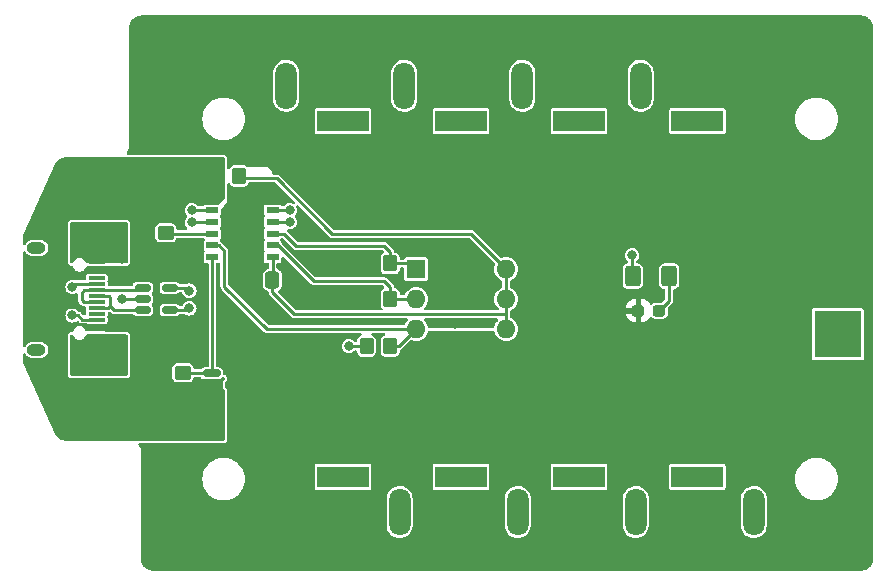
<source format=gbr>
%TF.GenerationSoftware,KiCad,Pcbnew,7.0.1*%
%TF.CreationDate,2024-06-10T22:25:48+03:00*%
%TF.ProjectId,PedalPower,50656461-6c50-46f7-9765-722e6b696361,rev?*%
%TF.SameCoordinates,Original*%
%TF.FileFunction,Copper,L1,Top*%
%TF.FilePolarity,Positive*%
%FSLAX46Y46*%
G04 Gerber Fmt 4.6, Leading zero omitted, Abs format (unit mm)*
G04 Created by KiCad (PCBNEW 7.0.1) date 2024-06-10 22:25:48*
%MOMM*%
%LPD*%
G01*
G04 APERTURE LIST*
G04 Aperture macros list*
%AMRoundRect*
0 Rectangle with rounded corners*
0 $1 Rounding radius*
0 $2 $3 $4 $5 $6 $7 $8 $9 X,Y pos of 4 corners*
0 Add a 4 corners polygon primitive as box body*
4,1,4,$2,$3,$4,$5,$6,$7,$8,$9,$2,$3,0*
0 Add four circle primitives for the rounded corners*
1,1,$1+$1,$2,$3*
1,1,$1+$1,$4,$5*
1,1,$1+$1,$6,$7*
1,1,$1+$1,$8,$9*
0 Add four rect primitives between the rounded corners*
20,1,$1+$1,$2,$3,$4,$5,0*
20,1,$1+$1,$4,$5,$6,$7,0*
20,1,$1+$1,$6,$7,$8,$9,0*
20,1,$1+$1,$8,$9,$2,$3,0*%
G04 Aperture macros list end*
%TA.AperFunction,ComponentPad*%
%ADD10R,4.000000X4.000000*%
%TD*%
%TA.AperFunction,SMDPad,CuDef*%
%ADD11RoundRect,0.150000X-0.512500X-0.150000X0.512500X-0.150000X0.512500X0.150000X-0.512500X0.150000X0*%
%TD*%
%TA.AperFunction,ComponentPad*%
%ADD12R,4.400000X1.800000*%
%TD*%
%TA.AperFunction,ComponentPad*%
%ADD13O,4.000000X1.800000*%
%TD*%
%TA.AperFunction,ComponentPad*%
%ADD14O,1.800000X4.000000*%
%TD*%
%TA.AperFunction,SMDPad,CuDef*%
%ADD15RoundRect,0.250000X-0.350000X-0.450000X0.350000X-0.450000X0.350000X0.450000X-0.350000X0.450000X0*%
%TD*%
%TA.AperFunction,SMDPad,CuDef*%
%ADD16RoundRect,0.250000X-0.400000X-0.625000X0.400000X-0.625000X0.400000X0.625000X-0.400000X0.625000X0*%
%TD*%
%TA.AperFunction,SMDPad,CuDef*%
%ADD17R,1.100000X0.510000*%
%TD*%
%TA.AperFunction,SMDPad,CuDef*%
%ADD18RoundRect,0.210000X0.840000X1.440000X-0.840000X1.440000X-0.840000X-1.440000X0.840000X-1.440000X0*%
%TD*%
%TA.AperFunction,ComponentPad*%
%ADD19R,1.600000X1.600000*%
%TD*%
%TA.AperFunction,ComponentPad*%
%ADD20O,1.600000X1.600000*%
%TD*%
%TA.AperFunction,SMDPad,CuDef*%
%ADD21R,1.450000X0.600000*%
%TD*%
%TA.AperFunction,SMDPad,CuDef*%
%ADD22R,1.450000X0.300000*%
%TD*%
%TA.AperFunction,ComponentPad*%
%ADD23O,2.100000X1.000000*%
%TD*%
%TA.AperFunction,ComponentPad*%
%ADD24O,1.600000X1.000000*%
%TD*%
%TA.AperFunction,SMDPad,CuDef*%
%ADD25RoundRect,0.237500X0.287500X0.237500X-0.287500X0.237500X-0.287500X-0.237500X0.287500X-0.237500X0*%
%TD*%
%TA.AperFunction,SMDPad,CuDef*%
%ADD26RoundRect,0.250000X-0.450000X0.350000X-0.450000X-0.350000X0.450000X-0.350000X0.450000X0.350000X0*%
%TD*%
%TA.AperFunction,SMDPad,CuDef*%
%ADD27RoundRect,0.250000X0.337500X0.475000X-0.337500X0.475000X-0.337500X-0.475000X0.337500X-0.475000X0*%
%TD*%
%TA.AperFunction,SMDPad,CuDef*%
%ADD28RoundRect,0.150000X-0.587500X-0.150000X0.587500X-0.150000X0.587500X0.150000X-0.587500X0.150000X0*%
%TD*%
%TA.AperFunction,ViaPad*%
%ADD29C,0.800000*%
%TD*%
%TA.AperFunction,Conductor*%
%ADD30C,0.250000*%
%TD*%
G04 APERTURE END LIST*
D10*
%TO.P,TP2,1,1*%
%TO.N,GND*%
X52000000Y-3000000D03*
%TD*%
D11*
%TO.P,U1,1,I/O1*%
%TO.N,Net-(J1-D--PadA7)*%
X-6837500Y950000D03*
%TO.P,U1,2,GND*%
%TO.N,GND*%
X-6837500Y0D03*
%TO.P,U1,3,I/O1*%
%TO.N,Net-(J1-D+-PadA6)*%
X-6837500Y-950000D03*
%TO.P,U1,4,I/O2*%
%TO.N,Net-(U2-D+)*%
X-4562500Y-950000D03*
%TO.P,U1,5,VBUS*%
%TO.N,VBUS*%
X-4562500Y0D03*
%TO.P,U1,6,I/O2*%
%TO.N,Net-(U2-D-)*%
X-4562500Y950000D03*
%TD*%
D12*
%TO.P,J8,1*%
%TO.N,GND*%
X10100000Y15050000D03*
D13*
%TO.P,J8,2*%
%TO.N,VCC*%
X10100000Y20850000D03*
D14*
%TO.P,J8,3*%
%TO.N,unconnected-(J8-Pad3)*%
X5300000Y18050000D03*
%TD*%
D12*
%TO.P,J7,1*%
%TO.N,GND*%
X30100000Y-15050000D03*
D13*
%TO.P,J7,2*%
%TO.N,VCC*%
X30100000Y-20850000D03*
D14*
%TO.P,J7,3*%
%TO.N,unconnected-(J7-Pad3)*%
X34900000Y-18050000D03*
%TD*%
D12*
%TO.P,J9,1*%
%TO.N,GND*%
X40100000Y-15050000D03*
D13*
%TO.P,J9,2*%
%TO.N,VCC*%
X40100000Y-20850000D03*
D14*
%TO.P,J9,3*%
%TO.N,unconnected-(J9-Pad3)*%
X44900000Y-18050000D03*
%TD*%
D15*
%TO.P,R5,1*%
%TO.N,GND*%
X12100000Y-4000000D03*
%TO.P,R5,2*%
%TO.N,Net-(U2-CFG1)*%
X14100000Y-4000000D03*
%TD*%
D16*
%TO.P,R7,1*%
%TO.N,GND*%
X34625000Y1925000D03*
%TO.P,R7,2*%
%TO.N,Net-(D1-K)*%
X37725000Y1925000D03*
%TD*%
D12*
%TO.P,J3,1*%
%TO.N,GND*%
X10100000Y-15050000D03*
D13*
%TO.P,J3,2*%
%TO.N,VCC*%
X10100000Y-20850000D03*
D14*
%TO.P,J3,3*%
%TO.N,unconnected-(J3-Pad3)*%
X14900000Y-18050000D03*
%TD*%
D17*
%TO.P,U2,1,VDD*%
%TO.N,VDD*%
X4150000Y3525000D03*
%TO.P,U2,2,CFG2*%
%TO.N,Net-(U2-CFG2)*%
X4150000Y4525000D03*
%TO.P,U2,3,CFG3*%
%TO.N,Net-(U2-CFG3)*%
X4150000Y5525000D03*
%TO.P,U2,4,D+*%
%TO.N,Net-(U2-D+)*%
X4150000Y6525000D03*
%TO.P,U2,5,D-*%
%TO.N,Net-(U2-D-)*%
X4150000Y7525000D03*
%TO.P,U2,6,CC2*%
%TO.N,Net-(J1-CC2)*%
X-950000Y7525000D03*
%TO.P,U2,7,CC1*%
%TO.N,Net-(J1-CC1)*%
X-950000Y6525000D03*
%TO.P,U2,8,VBUS*%
%TO.N,Net-(U2-VBUS)*%
X-950000Y5525000D03*
%TO.P,U2,9,CFG1*%
%TO.N,Net-(U2-CFG1)*%
X-950000Y4525000D03*
%TO.P,U2,10,PG*%
%TO.N,Net-(Q1-G)*%
X-950000Y3525000D03*
D18*
%TO.P,U2,11,GND*%
%TO.N,GND*%
X1600000Y5525000D03*
%TD*%
D19*
%TO.P,SW1,1*%
%TO.N,Net-(U2-CFG3)*%
X16300000Y2525000D03*
D20*
%TO.P,SW1,2*%
%TO.N,Net-(U2-CFG2)*%
X16300000Y-15000D03*
%TO.P,SW1,3*%
%TO.N,Net-(U2-CFG1)*%
X16300000Y-2555000D03*
%TO.P,SW1,4*%
%TO.N,VDD*%
X23920000Y-2555000D03*
%TO.P,SW1,5*%
X23920000Y-15000D03*
%TO.P,SW1,6*%
X23920000Y2525000D03*
%TD*%
D21*
%TO.P,J1,A1,GND*%
%TO.N,GND*%
X-10755000Y3250000D03*
%TO.P,J1,A4,VBUS*%
%TO.N,VBUS*%
X-10755000Y2450000D03*
D22*
%TO.P,J1,A5,CC1*%
%TO.N,Net-(J1-CC1)*%
X-10755000Y1250000D03*
%TO.P,J1,A6,D+*%
%TO.N,Net-(J1-D+-PadA6)*%
X-10755000Y250000D03*
%TO.P,J1,A7,D-*%
%TO.N,Net-(J1-D--PadA7)*%
X-10755000Y-250000D03*
%TO.P,J1,A8,SBU1*%
%TO.N,unconnected-(J1-SBU1-PadA8)*%
X-10755000Y-1250000D03*
D21*
%TO.P,J1,A9,VBUS*%
%TO.N,VBUS*%
X-10755000Y-2450000D03*
%TO.P,J1,A12,GND*%
%TO.N,GND*%
X-10755000Y-3250000D03*
%TO.P,J1,B1,GND*%
X-10755000Y-3250000D03*
%TO.P,J1,B4,VBUS*%
%TO.N,VBUS*%
X-10755000Y-2450000D03*
D22*
%TO.P,J1,B5,CC2*%
%TO.N,Net-(J1-CC2)*%
X-10755000Y-1750000D03*
%TO.P,J1,B6,D+*%
%TO.N,Net-(J1-D+-PadA6)*%
X-10755000Y-750000D03*
%TO.P,J1,B7,D-*%
%TO.N,Net-(J1-D--PadA7)*%
X-10755000Y750000D03*
%TO.P,J1,B8,SBU2*%
%TO.N,unconnected-(J1-SBU2-PadB8)*%
X-10755000Y1750000D03*
D21*
%TO.P,J1,B9,VBUS*%
%TO.N,VBUS*%
X-10755000Y2450000D03*
%TO.P,J1,B12,GND*%
%TO.N,GND*%
X-10755000Y3250000D03*
D23*
%TO.P,J1,S1,SHIELD*%
X-11670000Y4320000D03*
D24*
X-15850000Y4320000D03*
D23*
X-11670000Y-4320000D03*
D24*
X-15850000Y-4320000D03*
%TD*%
D25*
%TO.P,D1,1,K*%
%TO.N,Net-(D1-K)*%
X36875000Y-1000000D03*
%TO.P,D1,2,A*%
%TO.N,VCC*%
X35125000Y-1000000D03*
%TD*%
D26*
%TO.P,R1,1*%
%TO.N,VBUS*%
X-4900000Y7600000D03*
%TO.P,R1,2*%
%TO.N,Net-(U2-VBUS)*%
X-4900000Y5600000D03*
%TD*%
D12*
%TO.P,J5,1*%
%TO.N,GND*%
X20100000Y-15050000D03*
D13*
%TO.P,J5,2*%
%TO.N,VCC*%
X20100000Y-20850000D03*
D14*
%TO.P,J5,3*%
%TO.N,unconnected-(J5-Pad3)*%
X24900000Y-18050000D03*
%TD*%
D12*
%TO.P,J2,1*%
%TO.N,GND*%
X40100000Y15050000D03*
D13*
%TO.P,J2,2*%
%TO.N,VCC*%
X40100000Y20850000D03*
D14*
%TO.P,J2,3*%
%TO.N,unconnected-(J2-Pad3)*%
X35300000Y18050000D03*
%TD*%
D27*
%TO.P,C1,1*%
%TO.N,VDD*%
X4137500Y1600000D03*
%TO.P,C1,2*%
%TO.N,GND*%
X2062500Y1600000D03*
%TD*%
D10*
%TO.P,TP1,1,1*%
%TO.N,VCC*%
X52000000Y3000000D03*
%TD*%
D12*
%TO.P,J4,1*%
%TO.N,GND*%
X30100000Y15050000D03*
D13*
%TO.P,J4,2*%
%TO.N,VCC*%
X30100000Y20850000D03*
D14*
%TO.P,J4,3*%
%TO.N,unconnected-(J4-Pad3)*%
X25300000Y18050000D03*
%TD*%
D15*
%TO.P,R4,1*%
%TO.N,GND*%
X12100000Y0D03*
%TO.P,R4,2*%
%TO.N,Net-(U2-CFG2)*%
X14100000Y0D03*
%TD*%
D26*
%TO.P,R6,1*%
%TO.N,Net-(Q1-G)*%
X-3462500Y-6250000D03*
%TO.P,R6,2*%
%TO.N,VBUS*%
X-3462500Y-8250000D03*
%TD*%
D12*
%TO.P,J6,1*%
%TO.N,GND*%
X20100000Y15050000D03*
D13*
%TO.P,J6,2*%
%TO.N,VCC*%
X20100000Y20850000D03*
D14*
%TO.P,J6,3*%
%TO.N,unconnected-(J6-Pad3)*%
X15300000Y18050000D03*
%TD*%
D15*
%TO.P,R2,1*%
%TO.N,VBUS*%
X-700000Y10400000D03*
%TO.P,R2,2*%
%TO.N,VDD*%
X1300000Y10400000D03*
%TD*%
D28*
%TO.P,Q1,1,G*%
%TO.N,Net-(Q1-G)*%
X-1000000Y-6300000D03*
%TO.P,Q1,2,S*%
%TO.N,VBUS*%
X-1000000Y-8200000D03*
%TO.P,Q1,3,D*%
%TO.N,VCC*%
X875000Y-7250000D03*
%TD*%
D15*
%TO.P,R3,1*%
%TO.N,GND*%
X12100000Y3000000D03*
%TO.P,R3,2*%
%TO.N,Net-(U2-CFG3)*%
X14100000Y3000000D03*
%TD*%
D29*
%TO.N,Net-(U2-D+)*%
X-2900000Y-800000D03*
X5600000Y6500497D03*
%TO.N,Net-(U2-D-)*%
X-2900000Y700000D03*
X5600000Y7500000D03*
%TO.N,GND*%
X19600000Y-2100000D03*
X2600000Y8800000D03*
X-8600000Y-3400000D03*
X-9500000Y6100000D03*
X3600000Y-1000000D03*
X-11300000Y6100000D03*
X19600000Y2500000D03*
X-8600000Y4300000D03*
X-8600000Y0D03*
X-8600000Y-6100000D03*
X-8600000Y-5200000D03*
X-10400000Y-6100000D03*
X10600000Y0D03*
X10600000Y-4000000D03*
X-8600000Y-4300000D03*
X-8600000Y5200000D03*
X34600000Y3700000D03*
X-9500000Y-6100000D03*
X-8600000Y3400000D03*
X800000Y8800000D03*
X10600000Y3000000D03*
X-8600000Y6100000D03*
X-10400000Y6100000D03*
X-11300000Y-6100000D03*
X1700000Y8800000D03*
%TO.N,Net-(J1-CC1)*%
X-12800000Y1000000D03*
X-2700000Y6500000D03*
%TO.N,Net-(J1-CC2)*%
X-12800000Y-1400000D03*
X-2700000Y7500000D03*
%TD*%
D30*
%TO.N,Net-(U2-D+)*%
X-4562500Y-950000D02*
X-3050000Y-950000D01*
X5575497Y6525000D02*
X5600000Y6500497D01*
X-3050000Y-950000D02*
X-2900000Y-800000D01*
X4150000Y6525000D02*
X5575497Y6525000D01*
%TO.N,Net-(U2-D-)*%
X-4562500Y950000D02*
X-3150000Y950000D01*
X5575000Y7525000D02*
X5600000Y7500000D01*
X-3150000Y950000D02*
X-2900000Y700000D01*
X4150000Y7525000D02*
X5575000Y7525000D01*
%TO.N,Net-(U2-CFG2)*%
X4605000Y4525000D02*
X4150000Y4525000D01*
X14100000Y0D02*
X16285000Y0D01*
X14100000Y1000000D02*
X13600000Y1500000D01*
X7630000Y1500000D02*
X4605000Y4525000D01*
X14100000Y0D02*
X14100000Y1000000D01*
X16285000Y0D02*
X16300000Y-15000D01*
X13600000Y1500000D02*
X7630000Y1500000D01*
%TO.N,GND*%
X10600000Y3000000D02*
X12100000Y3000000D01*
X34600000Y3700000D02*
X34600000Y1950000D01*
X10600000Y0D02*
X12100000Y0D01*
X10600000Y-4000000D02*
X12100000Y-4000000D01*
X-6837500Y0D02*
X-8600000Y0D01*
X34600000Y1950000D02*
X34625000Y1925000D01*
%TO.N,Net-(U2-CFG3)*%
X14100000Y3000000D02*
X15825000Y3000000D01*
X13600000Y4500000D02*
X14100000Y4000000D01*
X4150000Y5525000D02*
X5090000Y5525000D01*
X14100000Y4000000D02*
X14100000Y3000000D01*
X5090000Y5525000D02*
X6115000Y4500000D01*
X15825000Y3000000D02*
X16300000Y2525000D01*
X6115000Y4500000D02*
X13600000Y4500000D01*
%TO.N,Net-(U2-VBUS)*%
X-4825000Y5525000D02*
X-950000Y5525000D01*
X-4900000Y5600000D02*
X-4825000Y5525000D01*
%TO.N,Net-(U2-CFG1)*%
X16300000Y-2555000D02*
X3655000Y-2555000D01*
X-425000Y4525000D02*
X-950000Y4525000D01*
X16300000Y-2555000D02*
X14855000Y-4000000D01*
X3655000Y-2555000D02*
X62500Y1037500D01*
X62500Y4037500D02*
X-425000Y4525000D01*
X14855000Y-4000000D02*
X14100000Y-4000000D01*
X62500Y1037500D02*
X62500Y4037500D01*
%TO.N,Net-(Q1-G)*%
X-1050000Y-6250000D02*
X-1000000Y-6300000D01*
X-950000Y3525000D02*
X-950000Y-6250000D01*
X-950000Y-6250000D02*
X-1000000Y-6300000D01*
X-3462500Y-6250000D02*
X-1050000Y-6250000D01*
%TO.N,Net-(D1-K)*%
X37725000Y-150000D02*
X37725000Y1925000D01*
X36875000Y-1000000D02*
X37725000Y-150000D01*
%TO.N,Net-(J1-CC1)*%
X-2675000Y6525000D02*
X-2700000Y6500000D01*
X-950000Y6525000D02*
X-2675000Y6525000D01*
X-12550000Y1250000D02*
X-10755000Y1250000D01*
X-12800000Y1000000D02*
X-12550000Y1250000D01*
%TO.N,Net-(J1-D+-PadA6)*%
X-9730000Y250000D02*
X-9600000Y120000D01*
X-6837500Y-950000D02*
X-9245000Y-950000D01*
X-9755000Y-750000D02*
X-10755000Y-750000D01*
X-10755000Y250000D02*
X-9730000Y250000D01*
X-9245000Y-950000D02*
X-9600000Y-595000D01*
X-9600000Y120000D02*
X-9600000Y-595000D01*
X-9600000Y-595000D02*
X-9755000Y-750000D01*
%TO.N,Net-(J1-D--PadA7)*%
X-11825000Y-275000D02*
X-10800000Y-275000D01*
X-10755000Y750000D02*
X-7037500Y750000D01*
X-11780000Y750000D02*
X-12000000Y530000D01*
X-12000000Y530000D02*
X-12000000Y-100000D01*
X-7037500Y750000D02*
X-6837500Y950000D01*
X-12000000Y-100000D02*
X-11825000Y-275000D01*
X-10755000Y750000D02*
X-11780000Y750000D01*
%TO.N,Net-(J1-CC2)*%
X-12315000Y-1400000D02*
X-11965000Y-1750000D01*
X-2675000Y7525000D02*
X-2700000Y7500000D01*
X-11965000Y-1750000D02*
X-10755000Y-1750000D01*
X-12800000Y-1400000D02*
X-12315000Y-1400000D01*
X-950000Y7525000D02*
X-2675000Y7525000D01*
%TO.N,VDD*%
X20945000Y5500000D02*
X23920000Y2525000D01*
X23920000Y-2555000D02*
X23920000Y-1400000D01*
X4137500Y562500D02*
X6000000Y-1300000D01*
X4150000Y3525000D02*
X4150000Y1612500D01*
X1300000Y10200000D02*
X4500000Y10200000D01*
X6000000Y-1300000D02*
X23820000Y-1300000D01*
X23820000Y-1300000D02*
X23920000Y-1400000D01*
X4500000Y10200000D02*
X9200000Y5500000D01*
X9200000Y5500000D02*
X20945000Y5500000D01*
X23920000Y-1400000D02*
X23920000Y2525000D01*
X4137500Y1600000D02*
X4137500Y562500D01*
%TD*%
%TA.AperFunction,Conductor*%
%TO.N,VCC*%
G36*
X54005392Y23999028D02*
G01*
X54009760Y23998646D01*
X54044776Y23995581D01*
X54046116Y23995456D01*
X54171760Y23983082D01*
X54191700Y23979454D01*
X54256382Y23962123D01*
X54260285Y23961008D01*
X54351562Y23933319D01*
X54367971Y23927041D01*
X54433835Y23896328D01*
X54439884Y23893304D01*
X54519046Y23850990D01*
X54531715Y23843207D01*
X54592889Y23800373D01*
X54600430Y23794652D01*
X54668455Y23738826D01*
X54677472Y23730653D01*
X54730653Y23677472D01*
X54738826Y23668455D01*
X54794652Y23600430D01*
X54800373Y23592889D01*
X54843207Y23531715D01*
X54850990Y23519046D01*
X54893304Y23439884D01*
X54896328Y23433835D01*
X54927041Y23367971D01*
X54933319Y23351562D01*
X54961008Y23260285D01*
X54962123Y23256382D01*
X54979454Y23191700D01*
X54983082Y23171760D01*
X54995456Y23046116D01*
X54995581Y23044776D01*
X54999028Y23005397D01*
X54999500Y22994584D01*
X54999500Y-21994584D01*
X54999028Y-22005397D01*
X54995581Y-22044776D01*
X54995456Y-22046116D01*
X54983082Y-22171760D01*
X54979454Y-22191700D01*
X54962123Y-22256382D01*
X54961008Y-22260285D01*
X54933319Y-22351562D01*
X54927041Y-22367971D01*
X54896328Y-22433835D01*
X54893304Y-22439884D01*
X54850990Y-22519046D01*
X54843207Y-22531715D01*
X54800373Y-22592889D01*
X54794652Y-22600430D01*
X54738826Y-22668455D01*
X54730653Y-22677472D01*
X54677472Y-22730653D01*
X54668455Y-22738826D01*
X54600430Y-22794652D01*
X54592889Y-22800373D01*
X54531715Y-22843207D01*
X54519046Y-22850990D01*
X54439884Y-22893304D01*
X54433835Y-22896328D01*
X54367971Y-22927041D01*
X54351562Y-22933319D01*
X54260285Y-22961008D01*
X54256382Y-22962123D01*
X54191700Y-22979454D01*
X54171760Y-22983082D01*
X54046116Y-22995456D01*
X54044776Y-22995581D01*
X54009760Y-22998646D01*
X54005392Y-22999028D01*
X53994584Y-22999500D01*
X-5994584Y-22999500D01*
X-6005392Y-22999028D01*
X-6009760Y-22998646D01*
X-6044776Y-22995581D01*
X-6046116Y-22995456D01*
X-6171759Y-22983082D01*
X-6191699Y-22979454D01*
X-6256366Y-22962127D01*
X-6260269Y-22961013D01*
X-6351563Y-22933319D01*
X-6367972Y-22927040D01*
X-6433832Y-22896329D01*
X-6439880Y-22893305D01*
X-6519056Y-22850985D01*
X-6531727Y-22843201D01*
X-6592881Y-22800380D01*
X-6600422Y-22794659D01*
X-6668461Y-22738821D01*
X-6677477Y-22730649D01*
X-6730649Y-22677477D01*
X-6738821Y-22668461D01*
X-6794659Y-22600422D01*
X-6800380Y-22592881D01*
X-6843201Y-22531727D01*
X-6850985Y-22519056D01*
X-6893305Y-22439880D01*
X-6896329Y-22433832D01*
X-6927040Y-22367972D01*
X-6933319Y-22351563D01*
X-6961013Y-22260269D01*
X-6962127Y-22256366D01*
X-6979454Y-22191699D01*
X-6983082Y-22171759D01*
X-6995456Y-22046116D01*
X-6995581Y-22044776D01*
X-6999028Y-22005397D01*
X-6999500Y-21994584D01*
X-6999500Y-19202425D01*
X13799500Y-19202425D01*
X13804529Y-19255086D01*
X13814472Y-19359220D01*
X13873683Y-19560873D01*
X13969990Y-19747684D01*
X14099906Y-19912884D01*
X14258745Y-20050520D01*
X14357259Y-20107397D01*
X14440756Y-20155604D01*
X14534241Y-20187959D01*
X14639366Y-20224344D01*
X14674298Y-20229366D01*
X14847398Y-20254254D01*
X15057330Y-20244254D01*
X15261576Y-20194704D01*
X15347195Y-20155603D01*
X15452752Y-20107397D01*
X15532624Y-20050520D01*
X15623952Y-19985486D01*
X15768986Y-19833378D01*
X15882613Y-19656572D01*
X15960725Y-19461457D01*
X16000500Y-19255085D01*
X16000500Y-19202425D01*
X23799500Y-19202425D01*
X23804529Y-19255086D01*
X23814472Y-19359220D01*
X23873683Y-19560873D01*
X23969990Y-19747684D01*
X24099906Y-19912884D01*
X24258745Y-20050520D01*
X24357259Y-20107397D01*
X24440756Y-20155604D01*
X24534241Y-20187959D01*
X24639366Y-20224344D01*
X24674298Y-20229366D01*
X24847398Y-20254254D01*
X25057330Y-20244254D01*
X25261576Y-20194704D01*
X25347195Y-20155603D01*
X25452752Y-20107397D01*
X25532624Y-20050520D01*
X25623952Y-19985486D01*
X25768986Y-19833378D01*
X25882613Y-19656572D01*
X25960725Y-19461457D01*
X26000500Y-19255085D01*
X26000500Y-19202425D01*
X33799500Y-19202425D01*
X33804529Y-19255086D01*
X33814472Y-19359220D01*
X33873683Y-19560873D01*
X33969990Y-19747684D01*
X34099906Y-19912884D01*
X34258745Y-20050520D01*
X34357259Y-20107397D01*
X34440756Y-20155604D01*
X34534241Y-20187959D01*
X34639366Y-20224344D01*
X34674298Y-20229366D01*
X34847398Y-20254254D01*
X35057330Y-20244254D01*
X35261576Y-20194704D01*
X35347195Y-20155603D01*
X35452752Y-20107397D01*
X35532624Y-20050520D01*
X35623952Y-19985486D01*
X35768986Y-19833378D01*
X35882613Y-19656572D01*
X35960725Y-19461457D01*
X36000500Y-19255085D01*
X36000500Y-19202425D01*
X43799500Y-19202425D01*
X43804529Y-19255086D01*
X43814472Y-19359220D01*
X43873683Y-19560873D01*
X43969990Y-19747684D01*
X44099906Y-19912884D01*
X44258745Y-20050520D01*
X44357259Y-20107397D01*
X44440756Y-20155604D01*
X44534241Y-20187959D01*
X44639366Y-20224344D01*
X44674298Y-20229366D01*
X44847398Y-20254254D01*
X45057330Y-20244254D01*
X45261576Y-20194704D01*
X45347195Y-20155603D01*
X45452752Y-20107397D01*
X45532624Y-20050520D01*
X45623952Y-19985486D01*
X45768986Y-19833378D01*
X45882613Y-19656572D01*
X45960725Y-19461457D01*
X46000500Y-19255085D01*
X46000500Y-16897575D01*
X45985528Y-16740782D01*
X45926316Y-16539125D01*
X45830011Y-16352318D01*
X45762994Y-16267100D01*
X45700093Y-16187115D01*
X45541254Y-16049479D01*
X45359245Y-15944396D01*
X45160633Y-15875655D01*
X44952603Y-15845746D01*
X44952602Y-15845746D01*
X44847635Y-15850746D01*
X44742669Y-15855746D01*
X44538419Y-15905297D01*
X44347247Y-15992602D01*
X44176050Y-16114512D01*
X44031013Y-16266623D01*
X43917387Y-16443425D01*
X43839274Y-16638545D01*
X43805525Y-16813652D01*
X43799500Y-16844915D01*
X43799500Y-19202425D01*
X36000500Y-19202425D01*
X36000500Y-16897575D01*
X35985528Y-16740782D01*
X35926316Y-16539125D01*
X35830011Y-16352318D01*
X35762994Y-16267100D01*
X35700093Y-16187115D01*
X35541254Y-16049479D01*
X35403158Y-15969749D01*
X37699500Y-15969749D01*
X37711132Y-16028230D01*
X37755447Y-16094552D01*
X37821769Y-16138867D01*
X37880251Y-16150500D01*
X37880252Y-16150500D01*
X42319748Y-16150500D01*
X42319749Y-16150500D01*
X42348989Y-16144683D01*
X42378231Y-16138867D01*
X42444552Y-16094552D01*
X42488867Y-16028231D01*
X42500500Y-15969748D01*
X42500500Y-15250000D01*
X48394450Y-15250000D01*
X48414616Y-15519100D01*
X48414617Y-15519103D01*
X48474666Y-15782195D01*
X48573257Y-16033398D01*
X48708185Y-16267102D01*
X48876439Y-16478085D01*
X49074259Y-16661635D01*
X49297226Y-16813651D01*
X49540359Y-16930738D01*
X49798228Y-17010280D01*
X50065071Y-17050500D01*
X50334929Y-17050500D01*
X50601772Y-17010280D01*
X50859641Y-16930738D01*
X51102775Y-16813651D01*
X51325741Y-16661635D01*
X51523561Y-16478085D01*
X51691815Y-16267102D01*
X51826743Y-16033398D01*
X51925334Y-15782195D01*
X51985383Y-15519103D01*
X52005549Y-15250000D01*
X51985383Y-14980897D01*
X51925334Y-14717805D01*
X51826743Y-14466602D01*
X51691815Y-14232898D01*
X51523561Y-14021915D01*
X51458054Y-13961133D01*
X51325743Y-13838366D01*
X51268205Y-13799137D01*
X51102775Y-13686349D01*
X50859641Y-13569262D01*
X50780097Y-13544726D01*
X50601771Y-13489719D01*
X50334929Y-13449500D01*
X50065071Y-13449500D01*
X49798228Y-13489719D01*
X49540359Y-13569262D01*
X49297228Y-13686347D01*
X49074257Y-13838366D01*
X48876439Y-14021915D01*
X48708184Y-14232899D01*
X48573257Y-14466601D01*
X48474666Y-14717804D01*
X48414616Y-14980899D01*
X48394450Y-15250000D01*
X42500500Y-15250000D01*
X42500500Y-14130252D01*
X42488867Y-14071769D01*
X42458304Y-14026029D01*
X42444552Y-14005447D01*
X42378230Y-13961132D01*
X42319749Y-13949500D01*
X42319748Y-13949500D01*
X37880252Y-13949500D01*
X37880251Y-13949500D01*
X37821769Y-13961132D01*
X37755447Y-14005447D01*
X37711132Y-14071769D01*
X37699500Y-14130251D01*
X37699500Y-15969749D01*
X35403158Y-15969749D01*
X35359245Y-15944396D01*
X35160633Y-15875655D01*
X34952603Y-15845746D01*
X34952602Y-15845746D01*
X34847635Y-15850746D01*
X34742669Y-15855746D01*
X34538419Y-15905297D01*
X34347247Y-15992602D01*
X34176050Y-16114512D01*
X34031013Y-16266623D01*
X33917387Y-16443425D01*
X33839274Y-16638545D01*
X33805525Y-16813652D01*
X33799500Y-16844915D01*
X33799500Y-19202425D01*
X26000500Y-19202425D01*
X26000500Y-16897575D01*
X25985528Y-16740782D01*
X25926316Y-16539125D01*
X25830011Y-16352318D01*
X25762994Y-16267100D01*
X25700093Y-16187115D01*
X25541254Y-16049479D01*
X25403158Y-15969749D01*
X27699500Y-15969749D01*
X27711132Y-16028230D01*
X27755447Y-16094552D01*
X27821769Y-16138867D01*
X27880251Y-16150500D01*
X27880252Y-16150500D01*
X32319748Y-16150500D01*
X32319749Y-16150500D01*
X32348989Y-16144683D01*
X32378231Y-16138867D01*
X32444552Y-16094552D01*
X32488867Y-16028231D01*
X32500500Y-15969748D01*
X32500500Y-14130252D01*
X32488867Y-14071769D01*
X32458304Y-14026029D01*
X32444552Y-14005447D01*
X32378230Y-13961132D01*
X32319749Y-13949500D01*
X32319748Y-13949500D01*
X27880252Y-13949500D01*
X27880251Y-13949500D01*
X27821769Y-13961132D01*
X27755447Y-14005447D01*
X27711132Y-14071769D01*
X27699500Y-14130251D01*
X27699500Y-15969749D01*
X25403158Y-15969749D01*
X25359245Y-15944396D01*
X25160633Y-15875655D01*
X24952603Y-15845746D01*
X24952602Y-15845746D01*
X24847635Y-15850746D01*
X24742669Y-15855746D01*
X24538419Y-15905297D01*
X24347247Y-15992602D01*
X24176050Y-16114512D01*
X24031013Y-16266623D01*
X23917387Y-16443425D01*
X23839274Y-16638545D01*
X23805525Y-16813652D01*
X23799500Y-16844915D01*
X23799500Y-19202425D01*
X16000500Y-19202425D01*
X16000500Y-16897575D01*
X15985528Y-16740782D01*
X15926316Y-16539125D01*
X15830011Y-16352318D01*
X15762994Y-16267100D01*
X15700093Y-16187115D01*
X15541254Y-16049479D01*
X15403158Y-15969749D01*
X17699500Y-15969749D01*
X17711132Y-16028230D01*
X17755447Y-16094552D01*
X17821769Y-16138867D01*
X17880251Y-16150500D01*
X17880252Y-16150500D01*
X22319748Y-16150500D01*
X22319749Y-16150500D01*
X22348989Y-16144683D01*
X22378231Y-16138867D01*
X22444552Y-16094552D01*
X22488867Y-16028231D01*
X22500500Y-15969748D01*
X22500500Y-14130252D01*
X22488867Y-14071769D01*
X22458304Y-14026029D01*
X22444552Y-14005447D01*
X22378230Y-13961132D01*
X22319749Y-13949500D01*
X22319748Y-13949500D01*
X17880252Y-13949500D01*
X17880251Y-13949500D01*
X17821769Y-13961132D01*
X17755447Y-14005447D01*
X17711132Y-14071769D01*
X17699500Y-14130251D01*
X17699500Y-15969749D01*
X15403158Y-15969749D01*
X15359245Y-15944396D01*
X15160633Y-15875655D01*
X14952603Y-15845746D01*
X14952602Y-15845746D01*
X14847635Y-15850746D01*
X14742669Y-15855746D01*
X14538419Y-15905297D01*
X14347247Y-15992602D01*
X14176050Y-16114512D01*
X14031013Y-16266623D01*
X13917387Y-16443425D01*
X13839274Y-16638545D01*
X13805525Y-16813652D01*
X13799500Y-16844915D01*
X13799500Y-19202425D01*
X-6999500Y-19202425D01*
X-6999500Y-15250000D01*
X-1805549Y-15250000D01*
X-1785383Y-15519103D01*
X-1725334Y-15782195D01*
X-1626743Y-16033398D01*
X-1491815Y-16267102D01*
X-1323561Y-16478085D01*
X-1125741Y-16661635D01*
X-902774Y-16813651D01*
X-659641Y-16930738D01*
X-401772Y-17010280D01*
X-134929Y-17050500D01*
X134929Y-17050500D01*
X401772Y-17010280D01*
X659641Y-16930738D01*
X902775Y-16813651D01*
X1125741Y-16661635D01*
X1323561Y-16478085D01*
X1491815Y-16267102D01*
X1626743Y-16033398D01*
X1651724Y-15969749D01*
X7699500Y-15969749D01*
X7711132Y-16028230D01*
X7755447Y-16094552D01*
X7821769Y-16138867D01*
X7880251Y-16150500D01*
X7880252Y-16150500D01*
X12319748Y-16150500D01*
X12319749Y-16150500D01*
X12348989Y-16144683D01*
X12378231Y-16138867D01*
X12444552Y-16094552D01*
X12488867Y-16028231D01*
X12500500Y-15969748D01*
X12500500Y-14130252D01*
X12488867Y-14071769D01*
X12458304Y-14026029D01*
X12444552Y-14005447D01*
X12378230Y-13961132D01*
X12319749Y-13949500D01*
X12319748Y-13949500D01*
X7880252Y-13949500D01*
X7880251Y-13949500D01*
X7821769Y-13961132D01*
X7755447Y-14005447D01*
X7711132Y-14071769D01*
X7699500Y-14130251D01*
X7699500Y-15969749D01*
X1651724Y-15969749D01*
X1725334Y-15782195D01*
X1785383Y-15519103D01*
X1805549Y-15250000D01*
X1785383Y-14980897D01*
X1725334Y-14717805D01*
X1626743Y-14466602D01*
X1491815Y-14232898D01*
X1323561Y-14021915D01*
X1258054Y-13961133D01*
X1125743Y-13838366D01*
X1068205Y-13799137D01*
X902775Y-13686349D01*
X659641Y-13569262D01*
X580097Y-13544726D01*
X401771Y-13489719D01*
X134929Y-13449500D01*
X-134929Y-13449500D01*
X-401771Y-13489719D01*
X-580097Y-13544726D01*
X-659641Y-13569262D01*
X-772564Y-13623643D01*
X-902771Y-13686347D01*
X-902773Y-13686348D01*
X-902774Y-13686349D01*
X-1125741Y-13838365D01*
X-1323561Y-14021915D01*
X-1491815Y-14232898D01*
X-1626743Y-14466602D01*
X-1725334Y-14717805D01*
X-1785383Y-14980897D01*
X-1805549Y-15250000D01*
X-6999500Y-15250000D01*
X-6999500Y-12912467D01*
X-7029898Y-12740064D01*
X-7089777Y-12575549D01*
X-7177305Y-12423946D01*
X-7189673Y-12409207D01*
X-7217624Y-12345687D01*
X-7207068Y-12277096D01*
X-7161311Y-12224920D01*
X-7094685Y-12205500D01*
X-23999Y-12205500D01*
X-6270Y-12203166D01*
X29188Y-12198498D01*
X91188Y-12181885D01*
X140750Y-12161355D01*
X183310Y-12128697D01*
X228697Y-12083310D01*
X261355Y-12040750D01*
X281885Y-11991188D01*
X298498Y-11929188D01*
X305500Y-11876000D01*
X305500Y-7759543D01*
X301551Y-7719452D01*
X301550Y-7719445D01*
X292113Y-7672001D01*
X287619Y-7661152D01*
X261428Y-7597921D01*
X234550Y-7557695D01*
X208993Y-7526554D01*
X208991Y-7526551D01*
X182493Y-7500053D01*
X158774Y-7466834D01*
X155100Y-7459319D01*
X142500Y-7404857D01*
X142500Y-7095143D01*
X155098Y-7040687D01*
X158773Y-7033169D01*
X182490Y-6999948D01*
X208995Y-6973444D01*
X234549Y-6942306D01*
X261427Y-6902081D01*
X292112Y-6828001D01*
X292111Y-6828001D01*
X292113Y-6827999D01*
X301550Y-6780554D01*
X305500Y-6740455D01*
X305500Y-6732540D01*
X299822Y-6684575D01*
X299822Y-6684572D01*
X286307Y-6628277D01*
X269587Y-6582953D01*
X242747Y-6542786D01*
X242745Y-6542783D01*
X205146Y-6498761D01*
X169674Y-6465972D01*
X127524Y-6442367D01*
X74043Y-6420215D01*
X61539Y-6416688D01*
X28337Y-6407324D01*
X-18533Y-6382270D01*
X-50610Y-6339894D01*
X-62000Y-6287981D01*
X-62000Y-6116737D01*
X-71926Y-6048609D01*
X-123302Y-5943515D01*
X-206015Y-5860802D01*
X-311109Y-5809426D01*
X-379237Y-5799500D01*
X-379240Y-5799500D01*
X-500500Y-5799500D01*
X-562500Y-5782887D01*
X-607887Y-5737500D01*
X-624500Y-5675500D01*
X-624500Y-5019749D01*
X49799500Y-5019749D01*
X49811132Y-5078230D01*
X49855447Y-5144552D01*
X49921769Y-5188867D01*
X49980251Y-5200500D01*
X49980252Y-5200500D01*
X54019748Y-5200500D01*
X54019749Y-5200500D01*
X54048989Y-5194683D01*
X54078231Y-5188867D01*
X54144552Y-5144552D01*
X54188867Y-5078231D01*
X54200500Y-5019748D01*
X54200500Y-980252D01*
X54188867Y-921769D01*
X54174655Y-900500D01*
X54144552Y-855447D01*
X54078230Y-811132D01*
X54019749Y-799500D01*
X54019748Y-799500D01*
X49980252Y-799500D01*
X49980251Y-799500D01*
X49921769Y-811132D01*
X49855447Y-855447D01*
X49811132Y-921769D01*
X49799500Y-980251D01*
X49799500Y-5019749D01*
X-624500Y-5019749D01*
X-624500Y2945500D01*
X-607887Y3007500D01*
X-562500Y3052887D01*
X-500500Y3069500D01*
X-387000Y3069500D01*
X-325000Y3052887D01*
X-279613Y3007500D01*
X-263000Y2945500D01*
X-263000Y1057127D01*
X-263472Y1046319D01*
X-266764Y1008692D01*
X-256987Y972206D01*
X-254645Y961643D01*
X-249380Y931780D01*
X-247900Y923391D01*
X-237671Y898698D01*
X-237054Y897817D01*
X-237054Y897816D01*
X-222713Y877335D01*
X-215392Y866879D01*
X-209580Y857756D01*
X-190694Y825044D01*
X-161755Y800762D01*
X-153780Y793454D01*
X3410955Y-2771282D01*
X3418263Y-2779256D01*
X3442544Y-2808193D01*
X3442545Y-2808194D01*
X3475266Y-2827085D01*
X3484360Y-2832878D01*
X3515316Y-2854554D01*
X3515317Y-2854554D01*
X3516201Y-2855173D01*
X3540891Y-2865400D01*
X3541954Y-2865587D01*
X3541955Y-2865588D01*
X3579146Y-2872145D01*
X3589704Y-2874486D01*
X3626191Y-2884263D01*
X3626192Y-2884262D01*
X3626193Y-2884263D01*
X3663811Y-2880971D01*
X3674618Y-2880500D01*
X11569511Y-2880500D01*
X11635483Y-2899506D01*
X11681231Y-2950699D01*
X11692731Y-3018384D01*
X11666458Y-3081813D01*
X11610465Y-3121542D01*
X11537115Y-3147207D01*
X11427849Y-3227849D01*
X11347207Y-3337115D01*
X11302353Y-3465303D01*
X11299500Y-3495731D01*
X11299500Y-3550500D01*
X11282887Y-3612500D01*
X11237500Y-3657887D01*
X11175500Y-3674500D01*
X11168299Y-3674500D01*
X11113455Y-3661712D01*
X11069923Y-3625986D01*
X11028281Y-3571717D01*
X10902840Y-3475463D01*
X10756762Y-3414956D01*
X10600000Y-3394317D01*
X10443237Y-3414956D01*
X10297159Y-3475463D01*
X10171717Y-3571717D01*
X10075463Y-3697159D01*
X10014956Y-3843237D01*
X9994317Y-4000000D01*
X10014956Y-4156762D01*
X10075463Y-4302840D01*
X10171717Y-4428282D01*
X10270746Y-4504269D01*
X10297159Y-4524536D01*
X10443238Y-4585044D01*
X10600000Y-4605682D01*
X10756762Y-4585044D01*
X10902841Y-4524536D01*
X11028282Y-4428282D01*
X11069923Y-4374013D01*
X11113455Y-4338288D01*
X11168299Y-4325500D01*
X11175500Y-4325500D01*
X11237500Y-4342113D01*
X11282887Y-4387500D01*
X11299500Y-4449500D01*
X11299500Y-4504269D01*
X11302353Y-4534696D01*
X11347207Y-4662884D01*
X11427849Y-4772150D01*
X11537115Y-4852792D01*
X11537118Y-4852793D01*
X11665301Y-4897646D01*
X11677474Y-4898787D01*
X11695731Y-4900500D01*
X11695734Y-4900500D01*
X12504266Y-4900500D01*
X12504269Y-4900500D01*
X12519482Y-4899072D01*
X12534699Y-4897646D01*
X12662882Y-4852793D01*
X12662882Y-4852792D01*
X12662884Y-4852792D01*
X12772150Y-4772150D01*
X12852792Y-4662884D01*
X12852793Y-4662882D01*
X12897646Y-4534699D01*
X12900500Y-4504266D01*
X12900500Y-3495734D01*
X12897646Y-3465301D01*
X12852793Y-3337118D01*
X12852792Y-3337115D01*
X12772150Y-3227849D01*
X12662884Y-3147207D01*
X12589535Y-3121542D01*
X12533542Y-3081813D01*
X12507269Y-3018384D01*
X12518769Y-2950699D01*
X12564517Y-2899506D01*
X12630489Y-2880500D01*
X13569511Y-2880500D01*
X13635483Y-2899506D01*
X13681231Y-2950699D01*
X13692731Y-3018384D01*
X13666458Y-3081813D01*
X13610465Y-3121542D01*
X13537115Y-3147207D01*
X13427849Y-3227849D01*
X13347207Y-3337115D01*
X13302353Y-3465303D01*
X13299500Y-3495731D01*
X13299500Y-4504269D01*
X13302353Y-4534696D01*
X13347207Y-4662884D01*
X13427849Y-4772150D01*
X13537115Y-4852792D01*
X13537118Y-4852793D01*
X13665301Y-4897646D01*
X13677474Y-4898787D01*
X13695731Y-4900500D01*
X13695734Y-4900500D01*
X14504266Y-4900500D01*
X14504269Y-4900500D01*
X14519482Y-4899072D01*
X14534699Y-4897646D01*
X14662882Y-4852793D01*
X14662882Y-4852792D01*
X14662884Y-4852792D01*
X14772150Y-4772150D01*
X14852792Y-4662884D01*
X14852793Y-4662882D01*
X14897646Y-4534699D01*
X14900500Y-4504266D01*
X14900500Y-4421177D01*
X14917105Y-4359190D01*
X14962473Y-4313805D01*
X14966470Y-4311496D01*
X14993798Y-4300174D01*
X14994683Y-4299554D01*
X14994684Y-4299554D01*
X15025625Y-4277887D01*
X15034722Y-4272091D01*
X15067455Y-4253194D01*
X15091748Y-4224241D01*
X15099036Y-4216288D01*
X15798453Y-3516871D01*
X15856003Y-3484270D01*
X15922126Y-3485892D01*
X16103868Y-3541024D01*
X16300000Y-3560341D01*
X16496132Y-3541024D01*
X16684727Y-3483814D01*
X16858538Y-3390910D01*
X17010883Y-3265883D01*
X17135910Y-3113538D01*
X17228814Y-2939727D01*
X17273635Y-2791970D01*
X17302489Y-2742465D01*
X17350525Y-2711217D01*
X17407479Y-2704904D01*
X17412311Y-2705500D01*
X19590485Y-2705500D01*
X19600000Y-2706123D01*
X19609515Y-2705500D01*
X22807688Y-2705500D01*
X22807689Y-2705500D01*
X22812519Y-2704904D01*
X22869473Y-2711216D01*
X22917509Y-2742464D01*
X22946365Y-2791974D01*
X22991185Y-2939726D01*
X23033229Y-3018384D01*
X23084090Y-3113538D01*
X23209117Y-3265883D01*
X23361462Y-3390910D01*
X23535273Y-3483814D01*
X23723868Y-3541024D01*
X23920000Y-3560341D01*
X24116132Y-3541024D01*
X24304727Y-3483814D01*
X24478538Y-3390910D01*
X24630883Y-3265883D01*
X24755910Y-3113538D01*
X24848814Y-2939727D01*
X24906024Y-2751132D01*
X24925341Y-2555000D01*
X24906024Y-2358868D01*
X24848814Y-2170273D01*
X24755910Y-1996462D01*
X24630883Y-1844117D01*
X24478538Y-1719090D01*
X24311046Y-1629563D01*
X24263142Y-1583954D01*
X24245500Y-1520205D01*
X24245500Y-1419616D01*
X24245972Y-1408808D01*
X24249263Y-1371193D01*
X24249262Y-1371190D01*
X24249356Y-1370121D01*
X24245500Y-1340824D01*
X24245500Y-1250000D01*
X34100001Y-1250000D01*
X34100001Y-1286647D01*
X34110318Y-1387650D01*
X34164546Y-1551301D01*
X34255056Y-1698040D01*
X34376959Y-1819943D01*
X34523698Y-1910453D01*
X34687348Y-1964681D01*
X34788353Y-1975000D01*
X34875000Y-1975000D01*
X34875000Y-1974999D01*
X35375000Y-1974999D01*
X35461647Y-1974999D01*
X35562650Y-1964681D01*
X35726301Y-1910453D01*
X35873040Y-1819943D01*
X35994943Y-1698040D01*
X36075283Y-1567789D01*
X36118154Y-1525888D01*
X36175670Y-1508993D01*
X36234391Y-1521054D01*
X36258336Y-1540851D01*
X36259250Y-1539613D01*
X36380521Y-1629114D01*
X36380523Y-1629114D01*
X36380525Y-1629116D01*
X36505151Y-1672725D01*
X36517833Y-1673914D01*
X36534740Y-1675500D01*
X36534744Y-1675500D01*
X37215256Y-1675500D01*
X37215260Y-1675500D01*
X37230052Y-1674112D01*
X37244849Y-1672725D01*
X37369475Y-1629116D01*
X37397789Y-1608220D01*
X37475711Y-1550711D01*
X37554114Y-1444478D01*
X37554114Y-1444477D01*
X37554116Y-1444475D01*
X37597725Y-1319849D01*
X37600500Y-1290256D01*
X37600500Y-786188D01*
X37609939Y-738735D01*
X37636816Y-698509D01*
X37941301Y-394023D01*
X37949258Y-386734D01*
X37978192Y-362457D01*
X37978192Y-362456D01*
X37978194Y-362455D01*
X37997091Y-329722D01*
X38002887Y-320625D01*
X38024554Y-289684D01*
X38024554Y-289682D01*
X38025173Y-288799D01*
X38035400Y-264108D01*
X38035587Y-263046D01*
X38035588Y-263045D01*
X38042146Y-225851D01*
X38044483Y-215303D01*
X38054264Y-178806D01*
X38050972Y-141176D01*
X38050500Y-130369D01*
X38050500Y725500D01*
X38067113Y787500D01*
X38112500Y832887D01*
X38174500Y849500D01*
X38179269Y849500D01*
X38209696Y852353D01*
X38337884Y897207D01*
X38447150Y977849D01*
X38527792Y1087115D01*
X38530768Y1095621D01*
X38572646Y1215301D01*
X38575500Y1245734D01*
X38575500Y2604266D01*
X38572646Y2634699D01*
X38527793Y2762882D01*
X38447150Y2872150D01*
X38347764Y2945500D01*
X38337884Y2952792D01*
X38337882Y2952792D01*
X38337882Y2952793D01*
X38209699Y2997646D01*
X38194482Y2999073D01*
X38179269Y3000500D01*
X38179266Y3000500D01*
X37270734Y3000500D01*
X37270731Y3000500D01*
X37252474Y2998787D01*
X37240301Y2997646D01*
X37120621Y2955768D01*
X37112115Y2952792D01*
X37002849Y2872150D01*
X36922207Y2762884D01*
X36877353Y2634696D01*
X36874500Y2604269D01*
X36874500Y1245731D01*
X36877353Y1215303D01*
X36922207Y1087115D01*
X37002849Y977849D01*
X37112115Y897207D01*
X37240303Y852353D01*
X37270731Y849500D01*
X37270734Y849500D01*
X37275500Y849500D01*
X37337500Y832887D01*
X37382887Y787500D01*
X37399500Y725500D01*
X37399500Y36188D01*
X37390061Y-11265D01*
X37363181Y-51493D01*
X37126493Y-288181D01*
X37086265Y-315061D01*
X37038812Y-324500D01*
X36534740Y-324500D01*
X36505154Y-327274D01*
X36380521Y-370885D01*
X36259250Y-460387D01*
X36258335Y-459148D01*
X36234385Y-478948D01*
X36175666Y-491006D01*
X36118152Y-474110D01*
X36075283Y-432210D01*
X35994943Y-301959D01*
X35873040Y-180056D01*
X35726301Y-89546D01*
X35562651Y-35318D01*
X35461647Y-25000D01*
X35375000Y-25000D01*
X35375000Y-1974999D01*
X34875000Y-1974999D01*
X34875000Y-1250000D01*
X34100001Y-1250000D01*
X24245500Y-1250000D01*
X24245500Y-1049795D01*
X24263142Y-986046D01*
X24311046Y-940437D01*
X24372460Y-907609D01*
X24478538Y-850910D01*
X24601497Y-750000D01*
X34100000Y-750000D01*
X34875000Y-750000D01*
X34875000Y-25001D01*
X34788353Y-25001D01*
X34687349Y-35318D01*
X34523698Y-89546D01*
X34376959Y-180056D01*
X34255056Y-301959D01*
X34164546Y-448698D01*
X34110318Y-612348D01*
X34100000Y-713353D01*
X34100000Y-750000D01*
X24601497Y-750000D01*
X24630883Y-725883D01*
X24755910Y-573538D01*
X24848814Y-399727D01*
X24906024Y-211132D01*
X24925341Y-15000D01*
X24906024Y181132D01*
X24848814Y369727D01*
X24755910Y543538D01*
X24630883Y695883D01*
X24478538Y820910D01*
X24372460Y877609D01*
X24311046Y910437D01*
X24263142Y956046D01*
X24245500Y1019795D01*
X24245500Y1245731D01*
X33774500Y1245731D01*
X33777353Y1215303D01*
X33822207Y1087115D01*
X33902849Y977849D01*
X34012115Y897207D01*
X34140303Y852353D01*
X34170731Y849500D01*
X34170734Y849500D01*
X35079266Y849500D01*
X35079269Y849500D01*
X35109696Y852353D01*
X35237884Y897207D01*
X35347150Y977849D01*
X35427792Y1087115D01*
X35430768Y1095621D01*
X35472646Y1215301D01*
X35475500Y1245734D01*
X35475500Y2604266D01*
X35472646Y2634699D01*
X35427793Y2762882D01*
X35347150Y2872150D01*
X35247764Y2945500D01*
X35237884Y2952792D01*
X35237882Y2952792D01*
X35237882Y2952793D01*
X35109699Y2997646D01*
X35094482Y2999073D01*
X35079269Y3000500D01*
X35079266Y3000500D01*
X35049500Y3000500D01*
X34987500Y3017113D01*
X34942113Y3062500D01*
X34925500Y3124500D01*
X34925500Y3131701D01*
X34938288Y3186545D01*
X34974014Y3230077D01*
X35028282Y3271718D01*
X35124536Y3397159D01*
X35148864Y3455893D01*
X35185044Y3543238D01*
X35205682Y3700000D01*
X35185044Y3856762D01*
X35124536Y4002841D01*
X35028282Y4128282D01*
X34902841Y4224536D01*
X34756762Y4285044D01*
X34600000Y4305682D01*
X34599999Y4305681D01*
X34599999Y4305682D01*
X34579360Y4302964D01*
X34443238Y4285044D01*
X34324959Y4236051D01*
X34297159Y4224536D01*
X34171717Y4128282D01*
X34075463Y4002840D01*
X34014956Y3856762D01*
X33994318Y3700000D01*
X34014956Y3543237D01*
X34075463Y3397159D01*
X34171717Y3271718D01*
X34225986Y3230077D01*
X34261712Y3186545D01*
X34274500Y3131701D01*
X34274500Y3123147D01*
X34259767Y3064524D01*
X34219071Y3019832D01*
X34162080Y2999689D01*
X34145693Y2998151D01*
X34140301Y2997646D01*
X34020621Y2955768D01*
X34012115Y2952792D01*
X33902849Y2872150D01*
X33822207Y2762884D01*
X33777353Y2634696D01*
X33774500Y2604269D01*
X33774500Y1245731D01*
X24245500Y1245731D01*
X24245500Y1490205D01*
X24263142Y1553954D01*
X24311046Y1599563D01*
X24478538Y1689090D01*
X24630883Y1814117D01*
X24755910Y1966462D01*
X24848814Y2140273D01*
X24906024Y2328868D01*
X24925341Y2525000D01*
X24906024Y2721132D01*
X24848814Y2909727D01*
X24755910Y3083538D01*
X24630883Y3235883D01*
X24478538Y3360910D01*
X24304727Y3453814D01*
X24116132Y3511024D01*
X23920000Y3530341D01*
X23723868Y3511024D01*
X23542126Y3455892D01*
X23476004Y3454270D01*
X23418454Y3486871D01*
X21189034Y5716290D01*
X21181734Y5724258D01*
X21157457Y5753192D01*
X21157456Y5753192D01*
X21157455Y5753194D01*
X21124722Y5772091D01*
X21115625Y5777887D01*
X21084684Y5799554D01*
X21084682Y5799554D01*
X21083799Y5800173D01*
X21059112Y5810399D01*
X21058047Y5810586D01*
X21058045Y5810588D01*
X21020830Y5817149D01*
X21010324Y5819478D01*
X20973807Y5829264D01*
X20936181Y5825972D01*
X20925373Y5825500D01*
X9386188Y5825500D01*
X9338735Y5834939D01*
X9298507Y5861819D01*
X8179826Y6980500D01*
X4744034Y10416290D01*
X4736734Y10424258D01*
X4712457Y10453192D01*
X4712456Y10453192D01*
X4712455Y10453194D01*
X4679722Y10472091D01*
X4670625Y10477887D01*
X4639684Y10499554D01*
X4639682Y10499554D01*
X4638799Y10500173D01*
X4614112Y10510399D01*
X4613047Y10510586D01*
X4613045Y10510588D01*
X4575830Y10517149D01*
X4565324Y10519478D01*
X4528807Y10529264D01*
X4491181Y10525972D01*
X4480373Y10525500D01*
X4226604Y10525500D01*
X4167436Y10540527D01*
X4122609Y10581965D01*
X4102986Y10639771D01*
X4102036Y10651829D01*
X4097936Y10703940D01*
X4088511Y10751321D01*
X4068286Y10795192D01*
X4038036Y10844555D01*
X4008129Y10882491D01*
X3781629Y11108991D01*
X3750490Y11134547D01*
X3710262Y11161427D01*
X3636182Y11192112D01*
X3636180Y11192113D01*
X3588735Y11201550D01*
X3588733Y11201550D01*
X3588729Y11201551D01*
X3548638Y11205500D01*
X2224500Y11205500D01*
X2224499Y11205500D01*
X2197906Y11201999D01*
X2171312Y11198498D01*
X2109312Y11181885D01*
X2077729Y11168802D01*
X2015243Y11160278D01*
X1956645Y11183592D01*
X1862882Y11252793D01*
X1734699Y11297646D01*
X1719482Y11299072D01*
X1704269Y11300500D01*
X1704266Y11300500D01*
X895734Y11300500D01*
X895731Y11300500D01*
X877474Y11298787D01*
X865301Y11297646D01*
X745621Y11255768D01*
X737115Y11252792D01*
X627849Y11172150D01*
X547207Y11062884D01*
X546542Y11060982D01*
X506813Y11004989D01*
X443384Y10978716D01*
X375699Y10990216D01*
X324506Y11035964D01*
X305500Y11101936D01*
X305500Y11876001D01*
X298498Y11929186D01*
X298498Y11929188D01*
X281885Y11991188D01*
X261355Y12040750D01*
X228697Y12083310D01*
X183310Y12128697D01*
X140750Y12161355D01*
X91188Y12181885D01*
X29188Y12198498D01*
X-11846Y12203900D01*
X-23999Y12205500D01*
X-24000Y12205500D01*
X-8094685Y12205500D01*
X-8161311Y12224920D01*
X-8207068Y12277096D01*
X-8217624Y12345687D01*
X-8189673Y12409207D01*
X-8177305Y12423946D01*
X-8089777Y12575549D01*
X-8029898Y12740064D01*
X-7999500Y12912467D01*
X-7999500Y15250000D01*
X-1805549Y15250000D01*
X-1785383Y14980897D01*
X-1725334Y14717805D01*
X-1626743Y14466602D01*
X-1491815Y14232898D01*
X-1323561Y14021915D01*
X-1130838Y13843094D01*
X-1125742Y13838366D01*
X-902771Y13686347D01*
X-772564Y13623643D01*
X-659641Y13569262D01*
X-580097Y13544726D01*
X-401771Y13489719D01*
X-134929Y13449500D01*
X134929Y13449500D01*
X401771Y13489719D01*
X580097Y13544726D01*
X659641Y13569262D01*
X902775Y13686349D01*
X1068205Y13799137D01*
X1125743Y13838366D01*
X1323560Y14021914D01*
X1409956Y14130251D01*
X7699500Y14130251D01*
X7711132Y14071769D01*
X7755447Y14005447D01*
X7821769Y13961132D01*
X7880251Y13949500D01*
X7880252Y13949500D01*
X12319748Y13949500D01*
X12319749Y13949500D01*
X12378230Y13961132D01*
X12444552Y14005447D01*
X12488867Y14071769D01*
X12500500Y14130251D01*
X17699500Y14130251D01*
X17711132Y14071769D01*
X17755447Y14005447D01*
X17821769Y13961132D01*
X17880251Y13949500D01*
X17880252Y13949500D01*
X22319748Y13949500D01*
X22319749Y13949500D01*
X22378230Y13961132D01*
X22444552Y14005447D01*
X22488867Y14071769D01*
X22500500Y14130251D01*
X27699500Y14130251D01*
X27711132Y14071769D01*
X27755447Y14005447D01*
X27821769Y13961132D01*
X27880251Y13949500D01*
X27880252Y13949500D01*
X32319748Y13949500D01*
X32319749Y13949500D01*
X32378230Y13961132D01*
X32444552Y14005447D01*
X32488867Y14071769D01*
X32500500Y14130251D01*
X37699500Y14130251D01*
X37711132Y14071769D01*
X37755447Y14005447D01*
X37821769Y13961132D01*
X37880251Y13949500D01*
X37880252Y13949500D01*
X42319748Y13949500D01*
X42319749Y13949500D01*
X42378230Y13961132D01*
X42444552Y14005447D01*
X42488867Y14071769D01*
X42500500Y14130251D01*
X42500500Y15250000D01*
X48394450Y15250000D01*
X48414616Y14980899D01*
X48474666Y14717804D01*
X48573257Y14466601D01*
X48708184Y14232899D01*
X48876439Y14021915D01*
X49074257Y13838366D01*
X49297228Y13686347D01*
X49540359Y13569262D01*
X49798228Y13489719D01*
X50065071Y13449500D01*
X50334929Y13449500D01*
X50601771Y13489719D01*
X50780097Y13544726D01*
X50859641Y13569262D01*
X51102775Y13686349D01*
X51268205Y13799137D01*
X51325743Y13838366D01*
X51523560Y14021914D01*
X51609957Y14130252D01*
X51691815Y14232898D01*
X51826743Y14466602D01*
X51925334Y14717805D01*
X51985383Y14980897D01*
X52005549Y15250000D01*
X51985383Y15519103D01*
X51925334Y15782195D01*
X51826743Y16033398D01*
X51691815Y16267102D01*
X51523561Y16478085D01*
X51325741Y16661635D01*
X51102775Y16813651D01*
X50859641Y16930738D01*
X50601772Y17010280D01*
X50334929Y17050500D01*
X50065071Y17050500D01*
X49798228Y17010280D01*
X49540359Y16930738D01*
X49297226Y16813651D01*
X49074259Y16661635D01*
X48876439Y16478085D01*
X48708185Y16267102D01*
X48662005Y16187115D01*
X48573257Y16033398D01*
X48474666Y15782195D01*
X48414616Y15519100D01*
X48394450Y15250000D01*
X42500500Y15250000D01*
X42500500Y15969749D01*
X42488867Y16028230D01*
X42488867Y16028231D01*
X42444552Y16094552D01*
X42378231Y16138867D01*
X42348989Y16144683D01*
X42319749Y16150500D01*
X42319748Y16150500D01*
X37880252Y16150500D01*
X37880251Y16150500D01*
X37821769Y16138867D01*
X37755447Y16094552D01*
X37711132Y16028230D01*
X37699500Y15969749D01*
X37699500Y14130251D01*
X32500500Y14130251D01*
X32500500Y15969749D01*
X32488867Y16028230D01*
X32488867Y16028231D01*
X32444552Y16094552D01*
X32378231Y16138867D01*
X32348989Y16144683D01*
X32319749Y16150500D01*
X32319748Y16150500D01*
X27880252Y16150500D01*
X27880251Y16150500D01*
X27821769Y16138867D01*
X27755447Y16094552D01*
X27711132Y16028230D01*
X27699500Y15969749D01*
X27699500Y14130251D01*
X22500500Y14130251D01*
X22500500Y15969749D01*
X22488867Y16028230D01*
X22488867Y16028231D01*
X22444552Y16094552D01*
X22378231Y16138867D01*
X22348989Y16144683D01*
X22319749Y16150500D01*
X22319748Y16150500D01*
X17880252Y16150500D01*
X17880251Y16150500D01*
X17821769Y16138867D01*
X17755447Y16094552D01*
X17711132Y16028230D01*
X17699500Y15969749D01*
X17699500Y14130251D01*
X12500500Y14130251D01*
X12500500Y15969749D01*
X12488867Y16028230D01*
X12488867Y16028231D01*
X12444552Y16094552D01*
X12378231Y16138867D01*
X12348989Y16144683D01*
X12319749Y16150500D01*
X12319748Y16150500D01*
X7880252Y16150500D01*
X7880251Y16150500D01*
X7821769Y16138867D01*
X7755447Y16094552D01*
X7711132Y16028230D01*
X7699500Y15969749D01*
X7699500Y14130251D01*
X1409956Y14130251D01*
X1409957Y14130252D01*
X1491815Y14232898D01*
X1626743Y14466602D01*
X1725334Y14717805D01*
X1785383Y14980897D01*
X1805549Y15250000D01*
X1785383Y15519103D01*
X1725334Y15782195D01*
X1626743Y16033398D01*
X1491815Y16267102D01*
X1323561Y16478085D01*
X1125741Y16661635D01*
X902775Y16813651D01*
X728505Y16897575D01*
X4199500Y16897575D01*
X4204529Y16844914D01*
X4214472Y16740779D01*
X4273683Y16539126D01*
X4369990Y16352315D01*
X4499906Y16187115D01*
X4658745Y16049479D01*
X4840754Y15944396D01*
X5039366Y15875655D01*
X5247396Y15845746D01*
X5247397Y15845746D01*
X5247398Y15845746D01*
X5457330Y15855746D01*
X5661576Y15905296D01*
X5661580Y15905297D01*
X5852752Y15992602D01*
X6023949Y16114512D01*
X6023952Y16114514D01*
X6168986Y16266622D01*
X6224060Y16352318D01*
X6282612Y16443425D01*
X6320924Y16539125D01*
X6360725Y16638543D01*
X6400500Y16844915D01*
X6400500Y16897575D01*
X14199500Y16897575D01*
X14204529Y16844914D01*
X14214472Y16740779D01*
X14273683Y16539126D01*
X14369990Y16352315D01*
X14499906Y16187115D01*
X14658745Y16049479D01*
X14840754Y15944396D01*
X15039366Y15875655D01*
X15247396Y15845746D01*
X15247397Y15845746D01*
X15247398Y15845746D01*
X15457330Y15855746D01*
X15661576Y15905296D01*
X15661580Y15905297D01*
X15852752Y15992602D01*
X16023949Y16114512D01*
X16023952Y16114514D01*
X16168986Y16266622D01*
X16224060Y16352318D01*
X16282612Y16443425D01*
X16320924Y16539125D01*
X16360725Y16638543D01*
X16400500Y16844915D01*
X16400500Y16897575D01*
X24199500Y16897575D01*
X24204529Y16844914D01*
X24214472Y16740779D01*
X24273683Y16539126D01*
X24369990Y16352315D01*
X24499906Y16187115D01*
X24658745Y16049479D01*
X24840754Y15944396D01*
X25039366Y15875655D01*
X25247396Y15845746D01*
X25247397Y15845746D01*
X25247398Y15845746D01*
X25457330Y15855746D01*
X25661576Y15905296D01*
X25661580Y15905297D01*
X25852752Y15992602D01*
X26023949Y16114512D01*
X26023952Y16114514D01*
X26168986Y16266622D01*
X26224060Y16352318D01*
X26282612Y16443425D01*
X26320924Y16539125D01*
X26360725Y16638543D01*
X26400500Y16844915D01*
X26400500Y16897575D01*
X34199500Y16897575D01*
X34204529Y16844914D01*
X34214472Y16740779D01*
X34273683Y16539126D01*
X34369990Y16352315D01*
X34499906Y16187115D01*
X34658745Y16049479D01*
X34840754Y15944396D01*
X35039366Y15875655D01*
X35247396Y15845746D01*
X35247397Y15845746D01*
X35247398Y15845746D01*
X35457330Y15855746D01*
X35661576Y15905296D01*
X35661580Y15905297D01*
X35852752Y15992602D01*
X36023949Y16114512D01*
X36023952Y16114514D01*
X36168986Y16266622D01*
X36224060Y16352318D01*
X36282612Y16443425D01*
X36320924Y16539125D01*
X36360725Y16638543D01*
X36400500Y16844915D01*
X36400500Y19202425D01*
X36385528Y19359218D01*
X36326316Y19560875D01*
X36230011Y19747682D01*
X36100092Y19912886D01*
X35941256Y20050519D01*
X35759244Y20155604D01*
X35560633Y20224344D01*
X35352602Y20254254D01*
X35142670Y20244254D01*
X34938424Y20194704D01*
X34938420Y20194702D01*
X34938419Y20194702D01*
X34747247Y20107397D01*
X34667374Y20050519D01*
X34576048Y19985486D01*
X34431014Y19833378D01*
X34431013Y19833376D01*
X34317387Y19656574D01*
X34279076Y19560875D01*
X34239275Y19461457D01*
X34199500Y19255085D01*
X34199500Y16897575D01*
X26400500Y16897575D01*
X26400500Y19202425D01*
X26385528Y19359218D01*
X26326316Y19560875D01*
X26230011Y19747682D01*
X26100092Y19912886D01*
X25941256Y20050519D01*
X25759244Y20155604D01*
X25560633Y20224344D01*
X25352602Y20254254D01*
X25142670Y20244254D01*
X24938424Y20194704D01*
X24938420Y20194702D01*
X24938419Y20194702D01*
X24747247Y20107397D01*
X24667374Y20050519D01*
X24576048Y19985486D01*
X24431014Y19833378D01*
X24431013Y19833376D01*
X24317387Y19656574D01*
X24279076Y19560875D01*
X24239275Y19461457D01*
X24199500Y19255085D01*
X24199500Y16897575D01*
X16400500Y16897575D01*
X16400500Y19202425D01*
X16385528Y19359218D01*
X16326316Y19560875D01*
X16230011Y19747682D01*
X16100092Y19912886D01*
X15941256Y20050519D01*
X15759244Y20155604D01*
X15560633Y20224344D01*
X15352602Y20254254D01*
X15142670Y20244254D01*
X14938424Y20194704D01*
X14938420Y20194702D01*
X14938419Y20194702D01*
X14747247Y20107397D01*
X14667374Y20050519D01*
X14576048Y19985486D01*
X14431014Y19833378D01*
X14431013Y19833376D01*
X14317387Y19656574D01*
X14279076Y19560875D01*
X14239275Y19461457D01*
X14199500Y19255085D01*
X14199500Y16897575D01*
X6400500Y16897575D01*
X6400500Y19202425D01*
X6385528Y19359218D01*
X6326316Y19560875D01*
X6230011Y19747682D01*
X6100092Y19912886D01*
X5941256Y20050519D01*
X5759244Y20155604D01*
X5560633Y20224344D01*
X5352602Y20254254D01*
X5142670Y20244254D01*
X4938424Y20194704D01*
X4938420Y20194702D01*
X4938419Y20194702D01*
X4747247Y20107397D01*
X4667374Y20050519D01*
X4576048Y19985486D01*
X4431014Y19833378D01*
X4431013Y19833376D01*
X4317387Y19656574D01*
X4279076Y19560875D01*
X4239275Y19461457D01*
X4199500Y19255085D01*
X4199500Y16897575D01*
X728505Y16897575D01*
X659641Y16930738D01*
X401772Y17010280D01*
X134929Y17050500D01*
X-134929Y17050500D01*
X-401772Y17010280D01*
X-659641Y16930738D01*
X-902774Y16813651D01*
X-1125741Y16661635D01*
X-1323561Y16478085D01*
X-1491815Y16267102D01*
X-1626743Y16033398D01*
X-1725334Y15782195D01*
X-1785383Y15519103D01*
X-1805549Y15250000D01*
X-7999500Y15250000D01*
X-7999500Y22994584D01*
X-7999028Y23005397D01*
X-7995581Y23044776D01*
X-7995456Y23046116D01*
X-7983082Y23171759D01*
X-7979454Y23191699D01*
X-7962127Y23256366D01*
X-7961013Y23260269D01*
X-7933319Y23351563D01*
X-7927040Y23367972D01*
X-7896329Y23433832D01*
X-7893305Y23439880D01*
X-7850985Y23519056D01*
X-7843201Y23531727D01*
X-7800380Y23592881D01*
X-7794659Y23600422D01*
X-7738821Y23668461D01*
X-7730649Y23677477D01*
X-7677477Y23730649D01*
X-7668461Y23738821D01*
X-7600422Y23794659D01*
X-7592881Y23800380D01*
X-7531727Y23843201D01*
X-7519056Y23850985D01*
X-7439880Y23893305D01*
X-7433832Y23896329D01*
X-7367972Y23927040D01*
X-7351563Y23933319D01*
X-7260269Y23961013D01*
X-7256366Y23962127D01*
X-7191699Y23979454D01*
X-7171759Y23983082D01*
X-7046116Y23995456D01*
X-7044776Y23995581D01*
X-7009760Y23998646D01*
X-7005392Y23999028D01*
X-6994584Y23999500D01*
X53994584Y23999500D01*
X54005392Y23999028D01*
G37*
%TD.AperFunction*%
%TD*%
%TA.AperFunction,Conductor*%
%TO.N,GND*%
G36*
X-8162000Y6483387D02*
G01*
X-8116613Y6438000D01*
X-8100000Y6376000D01*
X-8100000Y3124000D01*
X-8116613Y3062000D01*
X-8162000Y3016613D01*
X-8224000Y3000000D01*
X-11539793Y3000000D01*
X-11587246Y3009439D01*
X-11627474Y3036319D01*
X-11654354Y3076548D01*
X-11697300Y3180230D01*
X-11697302Y3180233D01*
X-11789549Y3300451D01*
X-11909767Y3392698D01*
X-12049764Y3450687D01*
X-12162279Y3465500D01*
X-12162280Y3465500D01*
X-12237720Y3465500D01*
X-12237721Y3465500D01*
X-12293977Y3458093D01*
X-12350236Y3450687D01*
X-12490233Y3392698D01*
X-12610451Y3300451D01*
X-12702698Y3180233D01*
X-12702699Y3180230D01*
X-12745646Y3076548D01*
X-12772526Y3036319D01*
X-12812754Y3009439D01*
X-12860207Y3000000D01*
X-12876000Y3000000D01*
X-12938000Y3016613D01*
X-12983387Y3062000D01*
X-13000000Y3124000D01*
X-13000000Y6376000D01*
X-12983387Y6438000D01*
X-12938000Y6483387D01*
X-12876000Y6500000D01*
X-8224000Y6500000D01*
X-8162000Y6483387D01*
G37*
%TD.AperFunction*%
%TD*%
%TA.AperFunction,Conductor*%
%TO.N,GND*%
G36*
X23187400Y-1640142D02*
G01*
X23232049Y-1680610D01*
X23252350Y-1737346D01*
X23243508Y-1796953D01*
X23216034Y-1833995D01*
X23216865Y-1834677D01*
X23209119Y-1844115D01*
X23209117Y-1844117D01*
X23109723Y-1965228D01*
X23084089Y-1996463D01*
X22991185Y-2170273D01*
X22933976Y-2358865D01*
X22931092Y-2388153D01*
X22910792Y-2444890D01*
X22866143Y-2485358D01*
X22807689Y-2500000D01*
X17412311Y-2500000D01*
X17353857Y-2485358D01*
X17309208Y-2444890D01*
X17288908Y-2388153D01*
X17286024Y-2358868D01*
X17228814Y-2170273D01*
X17135910Y-1996462D01*
X17010883Y-1844117D01*
X17010880Y-1844115D01*
X17003135Y-1834677D01*
X17003965Y-1833995D01*
X16976492Y-1796953D01*
X16967650Y-1737346D01*
X16987951Y-1680610D01*
X17032600Y-1640142D01*
X17091053Y-1625500D01*
X23128947Y-1625500D01*
X23187400Y-1640142D01*
G37*
%TD.AperFunction*%
%TA.AperFunction,Conductor*%
G36*
X4361265Y9865061D02*
G01*
X4401493Y9838181D01*
X5995161Y8244511D01*
X6028054Y8185777D01*
X6025411Y8118512D01*
X5988011Y8062539D01*
X5926877Y8034357D01*
X5860030Y8042268D01*
X5756762Y8085044D01*
X5600000Y8105682D01*
X5443238Y8085044D01*
X5320869Y8034357D01*
X5297159Y8024536D01*
X5171718Y7928282D01*
X5149260Y7899014D01*
X5105728Y7863288D01*
X5050884Y7850500D01*
X4960311Y7850500D01*
X4901858Y7865142D01*
X4857210Y7905608D01*
X4844552Y7924552D01*
X4778231Y7968867D01*
X4748989Y7974683D01*
X4719749Y7980500D01*
X4719748Y7980500D01*
X3580252Y7980500D01*
X3580251Y7980500D01*
X3521769Y7968867D01*
X3455447Y7924552D01*
X3411132Y7858230D01*
X3399500Y7799749D01*
X3399500Y7250251D01*
X3411132Y7191769D01*
X3459842Y7118870D01*
X3491943Y7083452D01*
X3506584Y7025000D01*
X3491943Y6966548D01*
X3459842Y6931129D01*
X3411132Y6858230D01*
X3399500Y6799749D01*
X3399500Y6250251D01*
X3411132Y6191769D01*
X3459844Y6118868D01*
X3491945Y6083446D01*
X3506584Y6024994D01*
X3491941Y5966543D01*
X3459844Y5931132D01*
X3411132Y5858230D01*
X3399500Y5799749D01*
X3399500Y5250251D01*
X3411132Y5191769D01*
X3459842Y5118870D01*
X3491943Y5083452D01*
X3506584Y5025000D01*
X3491943Y4966548D01*
X3459842Y4931129D01*
X3411132Y4858230D01*
X3399500Y4799749D01*
X3399500Y4250251D01*
X3411132Y4191769D01*
X3459842Y4118870D01*
X3491943Y4083452D01*
X3506584Y4025000D01*
X3491943Y3966548D01*
X3459842Y3931129D01*
X3411132Y3858230D01*
X3399500Y3799749D01*
X3399500Y3250251D01*
X3411132Y3191769D01*
X3455447Y3125447D01*
X3521769Y3081132D01*
X3580251Y3069500D01*
X3580252Y3069500D01*
X3700500Y3069500D01*
X3762500Y3052887D01*
X3807887Y3007500D01*
X3824500Y2945500D01*
X3824500Y2645802D01*
X3809767Y2587179D01*
X3769070Y2542486D01*
X3729320Y2528437D01*
X3729597Y2527648D01*
X3715302Y2522646D01*
X3715301Y2522646D01*
X3638391Y2495734D01*
X3587115Y2477792D01*
X3477849Y2397150D01*
X3397207Y2287884D01*
X3352353Y2159696D01*
X3349500Y2129269D01*
X3349500Y1070731D01*
X3352353Y1040303D01*
X3397207Y912115D01*
X3477849Y802849D01*
X3587117Y722206D01*
X3726697Y673365D01*
X3772692Y644731D01*
X3802087Y599218D01*
X3809270Y545517D01*
X3808235Y533692D01*
X3818012Y497204D01*
X3820352Y486648D01*
X3827097Y448399D01*
X3837331Y423693D01*
X3859606Y391880D01*
X3865414Y382764D01*
X3884305Y350045D01*
X3913244Y325762D01*
X3921216Y318456D01*
X5755950Y-1516276D01*
X5763258Y-1524250D01*
X5787545Y-1553194D01*
X5806745Y-1564279D01*
X5820256Y-1572080D01*
X5829379Y-1577892D01*
X5860316Y-1599554D01*
X5860317Y-1599554D01*
X5861198Y-1600171D01*
X5885891Y-1610400D01*
X5886954Y-1610587D01*
X5886955Y-1610588D01*
X5924143Y-1617145D01*
X5934701Y-1619485D01*
X5971193Y-1629264D01*
X6008823Y-1625971D01*
X6019630Y-1625500D01*
X15508947Y-1625500D01*
X15567400Y-1640142D01*
X15612049Y-1680610D01*
X15632350Y-1737346D01*
X15623508Y-1796953D01*
X15596034Y-1833995D01*
X15596865Y-1834677D01*
X15589119Y-1844115D01*
X15589117Y-1844117D01*
X15553387Y-1887654D01*
X15464090Y-1996461D01*
X15374563Y-2163954D01*
X15328954Y-2211858D01*
X15265205Y-2229500D01*
X3841189Y-2229500D01*
X3793736Y-2220061D01*
X3753508Y-2193181D01*
X424319Y1136007D01*
X397439Y1176235D01*
X388000Y1223688D01*
X388000Y4017881D01*
X388472Y4028688D01*
X391763Y4066304D01*
X391762Y4066304D01*
X391763Y4066307D01*
X381979Y4102816D01*
X379650Y4113322D01*
X373088Y4150545D01*
X373085Y4150549D01*
X372898Y4151612D01*
X362673Y4176299D01*
X362054Y4177182D01*
X362054Y4177184D01*
X340387Y4208125D01*
X334591Y4217222D01*
X315694Y4249955D01*
X286741Y4274248D01*
X278789Y4281535D01*
X-163181Y4723507D01*
X-190061Y4763735D01*
X-194928Y4788204D01*
X-197117Y4787769D01*
X-211132Y4858230D01*
X-267130Y4942036D01*
X-285358Y4962147D01*
X-300000Y5020600D01*
X-300000Y5029400D01*
X-285358Y5087853D01*
X-267130Y5107963D01*
X-211132Y5191769D01*
X-199500Y5250251D01*
X-199500Y5799749D01*
X-211132Y5858230D01*
X-267130Y5942036D01*
X-285358Y5962147D01*
X-300000Y6020600D01*
X-300000Y6029400D01*
X-285358Y6087853D01*
X-267130Y6107963D01*
X-211132Y6191769D01*
X-199500Y6250251D01*
X-199500Y6799749D01*
X-211132Y6858230D01*
X-267130Y6942036D01*
X-285358Y6962147D01*
X-300000Y7020600D01*
X-300000Y7029400D01*
X-285358Y7087853D01*
X-267130Y7107963D01*
X-211132Y7191769D01*
X-199500Y7250251D01*
X-199500Y7571379D01*
X-191798Y7614400D01*
X-169648Y7652077D01*
X299998Y8199998D01*
X300000Y8200000D01*
X300000Y8491259D01*
X301370Y8505165D01*
X300954Y8505207D01*
X305500Y8551363D01*
X305500Y9698064D01*
X324506Y9764036D01*
X375699Y9809784D01*
X443384Y9821284D01*
X506813Y9795011D01*
X546542Y9739018D01*
X547207Y9737115D01*
X627849Y9627849D01*
X737115Y9547207D01*
X865303Y9502353D01*
X895731Y9499500D01*
X895734Y9499500D01*
X1704266Y9499500D01*
X1704269Y9499500D01*
X1734696Y9502353D01*
X1862884Y9547207D01*
X1972150Y9627849D01*
X2052792Y9737115D01*
X2071806Y9791454D01*
X2097949Y9834841D01*
X2139261Y9864154D01*
X2188848Y9874500D01*
X4313812Y9874500D01*
X4361265Y9865061D01*
G37*
%TD.AperFunction*%
%TA.AperFunction,Conductor*%
G36*
X6344511Y7895161D02*
G01*
X8955958Y5283714D01*
X8963264Y5275741D01*
X8987544Y5246806D01*
X9020264Y5227914D01*
X9029380Y5222106D01*
X9061193Y5199831D01*
X9085899Y5189597D01*
X9124148Y5182852D01*
X9134704Y5180512D01*
X9171191Y5170735D01*
X9206121Y5173791D01*
X9208823Y5174028D01*
X9219630Y5174500D01*
X20758812Y5174500D01*
X20806265Y5165061D01*
X20846493Y5138181D01*
X22958125Y3026546D01*
X22990728Y2968995D01*
X22989105Y2902870D01*
X22933975Y2721131D01*
X22914659Y2525000D01*
X22933976Y2328866D01*
X22991185Y2140273D01*
X23084089Y1966463D01*
X23209117Y1814117D01*
X23361461Y1689090D01*
X23528954Y1599563D01*
X23576858Y1553954D01*
X23594500Y1490205D01*
X23594500Y1019795D01*
X23576858Y956046D01*
X23528954Y910437D01*
X23453303Y870000D01*
X23361462Y820910D01*
X23209117Y695883D01*
X23084090Y543538D01*
X23084089Y543536D01*
X22991185Y369726D01*
X22933976Y181133D01*
X22914659Y-14999D01*
X22933976Y-211133D01*
X22991185Y-399726D01*
X23063328Y-534696D01*
X23084090Y-573538D01*
X23209117Y-725883D01*
X23244168Y-754649D01*
X23280063Y-803047D01*
X23288905Y-862654D01*
X23268604Y-919391D01*
X23223955Y-959858D01*
X23165502Y-974500D01*
X17054498Y-974500D01*
X16996045Y-959858D01*
X16951396Y-919391D01*
X16931095Y-862654D01*
X16939937Y-803047D01*
X16975831Y-754649D01*
X17010883Y-725883D01*
X17135910Y-573538D01*
X17228814Y-399727D01*
X17286024Y-211132D01*
X17305341Y-15000D01*
X17286024Y181132D01*
X17228814Y369727D01*
X17135910Y543538D01*
X17010883Y695883D01*
X16858538Y820910D01*
X16684727Y913814D01*
X16496132Y971024D01*
X16300000Y990341D01*
X16103868Y971024D01*
X15915273Y913814D01*
X15741462Y820910D01*
X15589117Y695883D01*
X15464090Y543538D01*
X15400032Y423693D01*
X15382582Y391047D01*
X15336973Y343142D01*
X15273224Y325500D01*
X15024500Y325500D01*
X14962500Y342113D01*
X14917113Y387500D01*
X14900500Y449500D01*
X14900500Y504269D01*
X14897646Y534696D01*
X14897646Y534699D01*
X14852793Y662882D01*
X14850930Y665406D01*
X14772150Y772150D01*
X14662884Y852792D01*
X14662882Y852792D01*
X14662882Y852793D01*
X14534699Y897646D01*
X14534697Y897646D01*
X14520403Y902648D01*
X14521067Y904546D01*
X14481469Y919189D01*
X14440518Y968299D01*
X14431143Y1021791D01*
X14429263Y1028803D01*
X14429264Y1028807D01*
X14419478Y1065324D01*
X14417149Y1075830D01*
X14410588Y1113045D01*
X14410586Y1113047D01*
X14410399Y1114112D01*
X14400173Y1138799D01*
X14399554Y1139682D01*
X14399554Y1139684D01*
X14377887Y1170625D01*
X14372091Y1179722D01*
X14353194Y1212455D01*
X14324241Y1236748D01*
X14316288Y1244036D01*
X13844034Y1716290D01*
X13836734Y1724258D01*
X13812457Y1753192D01*
X13812456Y1753192D01*
X13812455Y1753194D01*
X13779722Y1772091D01*
X13770625Y1777887D01*
X13739684Y1799554D01*
X13739682Y1799554D01*
X13738799Y1800173D01*
X13714112Y1810399D01*
X13713047Y1810586D01*
X13713045Y1810588D01*
X13675830Y1817149D01*
X13665324Y1819478D01*
X13628807Y1829264D01*
X13591181Y1825972D01*
X13580373Y1825500D01*
X7816188Y1825500D01*
X7768735Y1834939D01*
X7728507Y1861819D01*
X4936819Y4653507D01*
X4909939Y4693735D01*
X4900500Y4741188D01*
X4900500Y4799749D01*
X4888867Y4858230D01*
X4888867Y4858231D01*
X4844552Y4924552D01*
X4844551Y4924552D01*
X4840157Y4931129D01*
X4808057Y4966547D01*
X4793415Y5025000D01*
X4808057Y5083453D01*
X4848524Y5128102D01*
X4863674Y5138225D01*
X4873924Y5147985D01*
X4925520Y5165033D01*
X4979452Y5158383D01*
X5025361Y5129312D01*
X5870958Y4283714D01*
X5878264Y4275741D01*
X5902544Y4246806D01*
X5935264Y4227914D01*
X5944380Y4222106D01*
X5976193Y4199831D01*
X6000899Y4189597D01*
X6039148Y4182852D01*
X6049704Y4180512D01*
X6086192Y4170735D01*
X6123820Y4174028D01*
X6134628Y4174500D01*
X13413812Y4174500D01*
X13461265Y4165061D01*
X13501490Y4138183D01*
X13544480Y4095194D01*
X13582596Y4057078D01*
X13614068Y4003723D01*
X13615804Y3941801D01*
X13587371Y3886767D01*
X13542813Y3856997D01*
X13427849Y3772150D01*
X13347207Y3662884D01*
X13302353Y3534696D01*
X13299500Y3504269D01*
X13299500Y2495731D01*
X13302353Y2465303D01*
X13347207Y2337115D01*
X13427849Y2227849D01*
X13537115Y2147207D01*
X13665303Y2102353D01*
X13695731Y2099500D01*
X13695734Y2099500D01*
X14504266Y2099500D01*
X14504269Y2099500D01*
X14534696Y2102353D01*
X14662884Y2147207D01*
X14772150Y2227849D01*
X14852792Y2337115D01*
X14873799Y2397150D01*
X14897646Y2465301D01*
X14898817Y2477792D01*
X14900500Y2495731D01*
X14900500Y2550500D01*
X14917113Y2612500D01*
X14962500Y2657887D01*
X15024500Y2674500D01*
X15175500Y2674500D01*
X15237500Y2657887D01*
X15282887Y2612500D01*
X15299500Y2550500D01*
X15299500Y1705251D01*
X15311132Y1646769D01*
X15355447Y1580447D01*
X15421769Y1536132D01*
X15480251Y1524500D01*
X15480252Y1524500D01*
X17119748Y1524500D01*
X17119749Y1524500D01*
X17178230Y1536132D01*
X17244552Y1580447D01*
X17288867Y1646769D01*
X17300500Y1705251D01*
X17300500Y3344749D01*
X17288867Y3403230D01*
X17288867Y3403231D01*
X17244552Y3469552D01*
X17178231Y3513867D01*
X17148989Y3519683D01*
X17119749Y3525500D01*
X17119748Y3525500D01*
X15480252Y3525500D01*
X15480251Y3525500D01*
X15421769Y3513867D01*
X15355447Y3469552D01*
X15297430Y3382723D01*
X15296505Y3383340D01*
X15292271Y3373999D01*
X15248742Y3338284D01*
X15193907Y3325500D01*
X15024500Y3325500D01*
X14962500Y3342113D01*
X14917113Y3387500D01*
X14900500Y3449500D01*
X14900500Y3504269D01*
X14898452Y3526107D01*
X14897646Y3534699D01*
X14852793Y3662882D01*
X14772150Y3772150D01*
X14734756Y3799748D01*
X14662884Y3852792D01*
X14662882Y3852792D01*
X14662882Y3852793D01*
X14534699Y3897646D01*
X14534697Y3897646D01*
X14520403Y3902648D01*
X14521067Y3904546D01*
X14481469Y3919189D01*
X14440518Y3968299D01*
X14431143Y4021791D01*
X14429263Y4028803D01*
X14429264Y4028807D01*
X14419478Y4065324D01*
X14417149Y4075830D01*
X14410588Y4113045D01*
X14410586Y4113047D01*
X14410399Y4114112D01*
X14400173Y4138799D01*
X14399554Y4139682D01*
X14399554Y4139684D01*
X14377887Y4170625D01*
X14372091Y4179722D01*
X14353194Y4212455D01*
X14324241Y4236748D01*
X14316288Y4244036D01*
X13844034Y4716290D01*
X13836734Y4724258D01*
X13812457Y4753192D01*
X13812456Y4753192D01*
X13812455Y4753194D01*
X13779722Y4772091D01*
X13770625Y4777887D01*
X13739684Y4799554D01*
X13739682Y4799554D01*
X13738799Y4800173D01*
X13714112Y4810399D01*
X13713047Y4810586D01*
X13713045Y4810588D01*
X13675830Y4817149D01*
X13665324Y4819478D01*
X13628807Y4829264D01*
X13591181Y4825972D01*
X13580373Y4825500D01*
X6301188Y4825500D01*
X6253735Y4834939D01*
X6213507Y4861819D01*
X6005826Y5069500D01*
X5375208Y5700116D01*
X5343997Y5752577D01*
X5341601Y5813576D01*
X5368600Y5868326D01*
X5418453Y5903559D01*
X5479076Y5910734D01*
X5599999Y5894814D01*
X5756762Y5915453D01*
X5902840Y5975960D01*
X6028282Y6072214D01*
X6124536Y6197656D01*
X6125300Y6199500D01*
X6185044Y6343735D01*
X6205682Y6500497D01*
X6185044Y6657259D01*
X6124536Y6803338D01*
X6031362Y6924764D01*
X6008679Y6973409D01*
X6008679Y7027086D01*
X6031364Y7075734D01*
X6124536Y7197159D01*
X6125954Y7200583D01*
X6185044Y7343238D01*
X6205682Y7500000D01*
X6185044Y7656762D01*
X6142268Y7760030D01*
X6134357Y7826877D01*
X6162539Y7888011D01*
X6218512Y7925411D01*
X6285777Y7928054D01*
X6344511Y7895161D01*
G37*
%TD.AperFunction*%
%TA.AperFunction,Conductor*%
G36*
X5062818Y3587743D02*
G01*
X5112181Y3557493D01*
X7385958Y1283714D01*
X7393264Y1275741D01*
X7417544Y1246806D01*
X7450264Y1227914D01*
X7459380Y1222106D01*
X7491193Y1199831D01*
X7515899Y1189597D01*
X7554148Y1182852D01*
X7564704Y1180512D01*
X7601192Y1170735D01*
X7638820Y1174028D01*
X7649628Y1174500D01*
X13413812Y1174500D01*
X13461265Y1165061D01*
X13501490Y1138183D01*
X13554841Y1084833D01*
X13582596Y1057078D01*
X13614068Y1003723D01*
X13615804Y941801D01*
X13587371Y886767D01*
X13542813Y856997D01*
X13427849Y772150D01*
X13347207Y662884D01*
X13302353Y534696D01*
X13299500Y504269D01*
X13299500Y-504269D01*
X13302353Y-534696D01*
X13347207Y-662884D01*
X13431330Y-776867D01*
X13455121Y-840078D01*
X13442254Y-906381D01*
X13396547Y-956106D01*
X13331560Y-974500D01*
X6186188Y-974500D01*
X6138735Y-965061D01*
X6098507Y-938181D01*
X5371458Y-211132D01*
X4642402Y517923D01*
X4610931Y571275D01*
X4609194Y633195D01*
X4637626Y688230D01*
X4682209Y718019D01*
X4797150Y802849D01*
X4877792Y912115D01*
X4896988Y966974D01*
X4922646Y1040301D01*
X4925450Y1070196D01*
X4925500Y1070731D01*
X4925500Y2129269D01*
X4922646Y2159696D01*
X4922646Y2159699D01*
X4877793Y2287882D01*
X4841455Y2337118D01*
X4797150Y2397150D01*
X4687884Y2477792D01*
X4687882Y2477792D01*
X4687882Y2477793D01*
X4559699Y2522646D01*
X4559697Y2522646D01*
X4558546Y2523049D01*
X4515159Y2549192D01*
X4485846Y2590504D01*
X4475500Y2640091D01*
X4475500Y2945500D01*
X4492113Y3007500D01*
X4537500Y3052887D01*
X4599500Y3069500D01*
X4719749Y3069500D01*
X4778230Y3081132D01*
X4844552Y3125447D01*
X4888867Y3191769D01*
X4900500Y3250251D01*
X4900500Y3469812D01*
X4914015Y3526107D01*
X4951615Y3570130D01*
X5005102Y3592285D01*
X5062818Y3587743D01*
G37*
%TD.AperFunction*%
%TD*%
%TA.AperFunction,Conductor*%
%TO.N,GND*%
G36*
X-12812754Y-3009439D02*
G01*
X-12772526Y-3036319D01*
X-12745645Y-3076548D01*
X-12702698Y-3180233D01*
X-12610451Y-3300451D01*
X-12490233Y-3392698D01*
X-12350236Y-3450687D01*
X-12293977Y-3458093D01*
X-12237721Y-3465500D01*
X-12237720Y-3465500D01*
X-12162280Y-3465500D01*
X-12162279Y-3465500D01*
X-12049764Y-3450687D01*
X-12049763Y-3450686D01*
X-11909767Y-3392698D01*
X-11789549Y-3300451D01*
X-11697302Y-3180233D01*
X-11697301Y-3180232D01*
X-11697300Y-3180230D01*
X-11654354Y-3076548D01*
X-11627474Y-3036319D01*
X-11587246Y-3009439D01*
X-11539793Y-3000000D01*
X-8224000Y-3000000D01*
X-8162000Y-3016613D01*
X-8116613Y-3062000D01*
X-8100000Y-3124000D01*
X-8100000Y-6376000D01*
X-8116613Y-6438000D01*
X-8162000Y-6483387D01*
X-8224000Y-6500000D01*
X-12876000Y-6500000D01*
X-12938000Y-6483387D01*
X-12983387Y-6438000D01*
X-13000000Y-6376000D01*
X-13000000Y-3124000D01*
X-12983387Y-3062000D01*
X-12938000Y-3016613D01*
X-12876000Y-3000000D01*
X-12860207Y-3000000D01*
X-12812754Y-3009439D01*
G37*
%TD.AperFunction*%
%TD*%
%TA.AperFunction,Conductor*%
%TO.N,VBUS*%
G36*
X38000Y11983387D02*
G01*
X83387Y11938000D01*
X100000Y11876000D01*
X100000Y8551362D01*
X90561Y8503909D01*
X63681Y8463681D01*
X-383181Y8016819D01*
X-423409Y7989939D01*
X-470862Y7980500D01*
X-1519749Y7980500D01*
X-1548989Y7974683D01*
X-1578231Y7968867D01*
X-1644552Y7924552D01*
X-1657210Y7905608D01*
X-1701858Y7865142D01*
X-1760311Y7850500D01*
X-2150884Y7850500D01*
X-2205728Y7863288D01*
X-2249260Y7899014D01*
X-2271718Y7928282D01*
X-2397159Y8024536D01*
X-2543238Y8085044D01*
X-2700000Y8105682D01*
X-2856762Y8085044D01*
X-3002841Y8024536D01*
X-3128282Y7928282D01*
X-3224536Y7802841D01*
X-3285044Y7656762D01*
X-3305682Y7500000D01*
X-3285044Y7343238D01*
X-3224536Y7197159D01*
X-3131171Y7075483D01*
X-3108488Y7026839D01*
X-3108488Y6973161D01*
X-3131171Y6924516D01*
X-3224536Y6802841D01*
X-3285044Y6656762D01*
X-3305682Y6500000D01*
X-3285044Y6343238D01*
X-3255598Y6272150D01*
X-3224536Y6197159D01*
X-3118344Y6058766D01*
X-3118545Y6058611D01*
X-3091998Y6024934D01*
X-3081660Y5964770D01*
X-3101283Y5906964D01*
X-3146111Y5865527D01*
X-3205278Y5850500D01*
X-3875500Y5850500D01*
X-3937500Y5867113D01*
X-3982887Y5912500D01*
X-3999500Y5974500D01*
X-3999500Y6004269D01*
X-4002353Y6034696D01*
X-4047207Y6162884D01*
X-4127849Y6272150D01*
X-4237115Y6352792D01*
X-4245621Y6355768D01*
X-4365301Y6397646D01*
X-4377474Y6398787D01*
X-4395731Y6400500D01*
X-4395734Y6400500D01*
X-5404266Y6400500D01*
X-5404269Y6400500D01*
X-5419482Y6399072D01*
X-5434699Y6397646D01*
X-5562882Y6352793D01*
X-5562882Y6352792D01*
X-5562884Y6352792D01*
X-5672150Y6272150D01*
X-5752793Y6162882D01*
X-5797646Y6034699D01*
X-5797646Y6034696D01*
X-5800500Y6004269D01*
X-5800500Y5195731D01*
X-5799296Y5182891D01*
X-5797646Y5165301D01*
X-5781398Y5118868D01*
X-5752792Y5037115D01*
X-5672150Y4927849D01*
X-5562884Y4847207D01*
X-5434696Y4802353D01*
X-5404269Y4799500D01*
X-5404266Y4799500D01*
X-4395734Y4799500D01*
X-4395731Y4799500D01*
X-4365303Y4802353D01*
X-4237115Y4847207D01*
X-4127849Y4927849D01*
X-4047208Y5037114D01*
X-4019446Y5116455D01*
X-3993302Y5159841D01*
X-3951991Y5189154D01*
X-3902404Y5199500D01*
X-1760311Y5199500D01*
X-1701858Y5184858D01*
X-1657210Y5144391D01*
X-1644552Y5125448D01*
X-1640155Y5118868D01*
X-1608057Y5083453D01*
X-1593415Y5025000D01*
X-1608057Y4966547D01*
X-1640157Y4931129D01*
X-1644551Y4924552D01*
X-1644552Y4924552D01*
X-1688867Y4858231D01*
X-1688867Y4858230D01*
X-1700500Y4799749D01*
X-1700500Y4250251D01*
X-1688867Y4191769D01*
X-1640157Y4118870D01*
X-1608057Y4083453D01*
X-1593415Y4025000D01*
X-1608057Y3966547D01*
X-1640157Y3931129D01*
X-1644551Y3924552D01*
X-1644552Y3924552D01*
X-1688867Y3858231D01*
X-1688867Y3858230D01*
X-1700500Y3799749D01*
X-1700500Y3250251D01*
X-1688867Y3191769D01*
X-1644552Y3125447D01*
X-1578230Y3081132D01*
X-1519749Y3069500D01*
X-1519748Y3069500D01*
X-1399500Y3069500D01*
X-1337500Y3052887D01*
X-1292113Y3007500D01*
X-1275500Y2945500D01*
X-1275500Y-5675500D01*
X-1292113Y-5737500D01*
X-1337500Y-5782887D01*
X-1399500Y-5799500D01*
X-1620763Y-5799500D01*
X-1688890Y-5809426D01*
X-1688891Y-5809426D01*
X-1688893Y-5809427D01*
X-1729585Y-5829320D01*
X-1793984Y-5860802D01*
X-1821361Y-5888180D01*
X-1861590Y-5915061D01*
X-1909043Y-5924500D01*
X-2441698Y-5924500D01*
X-2500321Y-5909767D01*
X-2545014Y-5869070D01*
X-2559062Y-5829320D01*
X-2559852Y-5829597D01*
X-2566910Y-5809427D01*
X-2576196Y-5782887D01*
X-2609707Y-5687115D01*
X-2690349Y-5577849D01*
X-2799615Y-5497207D01*
X-2927803Y-5452353D01*
X-2958231Y-5449500D01*
X-2958234Y-5449500D01*
X-3966766Y-5449500D01*
X-3966769Y-5449500D01*
X-3997196Y-5452353D01*
X-4125384Y-5497207D01*
X-4234650Y-5577849D01*
X-4315292Y-5687115D01*
X-4315293Y-5687118D01*
X-4360146Y-5815301D01*
X-4363000Y-5845734D01*
X-4363000Y-6654266D01*
X-4360146Y-6684699D01*
X-4316021Y-6810802D01*
X-4315292Y-6812884D01*
X-4234650Y-6922150D01*
X-4125384Y-7002792D01*
X-4125382Y-7002792D01*
X-4125382Y-7002793D01*
X-3997199Y-7047646D01*
X-3981982Y-7049072D01*
X-3966769Y-7050500D01*
X-3966766Y-7050500D01*
X-2958234Y-7050500D01*
X-2958231Y-7050500D01*
X-2939974Y-7048787D01*
X-2927801Y-7047646D01*
X-2799618Y-7002793D01*
X-2799615Y-7002792D01*
X-2690349Y-6922150D01*
X-2609707Y-6812884D01*
X-2572133Y-6705500D01*
X-2564854Y-6684699D01*
X-2564853Y-6684697D01*
X-2559852Y-6670403D01*
X-2559062Y-6670679D01*
X-2545014Y-6630930D01*
X-2500321Y-6590233D01*
X-2441698Y-6575500D01*
X-1993693Y-6575500D01*
X-1928031Y-6594312D01*
X-1882292Y-6645039D01*
X-1876698Y-6656483D01*
X-1793983Y-6739198D01*
X-1688893Y-6790573D01*
X-1654826Y-6795536D01*
X-1620763Y-6800500D01*
X-1620760Y-6800500D01*
X-379240Y-6800500D01*
X-379237Y-6800500D01*
X-338360Y-6794543D01*
X-311107Y-6790573D01*
X-206017Y-6739198D01*
X-206016Y-6739197D01*
X-206015Y-6739197D01*
X-111681Y-6644863D01*
X-62318Y-6614613D01*
X-4602Y-6610071D01*
X48885Y-6632226D01*
X86485Y-6676249D01*
X100000Y-6732544D01*
X100000Y-6740457D01*
X90561Y-6787910D01*
X63683Y-6828135D01*
X-1698Y-6893517D01*
X-53073Y-6998607D01*
X-63000Y-7066740D01*
X-63000Y-7433260D01*
X-53073Y-7501393D01*
X-1698Y-7606483D01*
X63683Y-7671864D01*
X90561Y-7712090D01*
X100000Y-7759543D01*
X100000Y-11876000D01*
X83387Y-11938000D01*
X38000Y-11983387D01*
X-24000Y-12000000D01*
X-7898784Y-12000000D01*
X-7904502Y-11999500D01*
X-7912468Y-11999500D01*
X-7999901Y-11999500D01*
X-13351015Y-11999500D01*
X-13361139Y-11999086D01*
X-13364435Y-11998816D01*
X-13391662Y-11996585D01*
X-13393339Y-11996436D01*
X-13520677Y-11984258D01*
X-13538971Y-11981112D01*
X-13598415Y-11966238D01*
X-13603304Y-11964909D01*
X-13693808Y-11938291D01*
X-13708092Y-11933119D01*
X-13769657Y-11906461D01*
X-13777286Y-11902845D01*
X-13856414Y-11861978D01*
X-13866644Y-11856060D01*
X-13924151Y-11819031D01*
X-13933772Y-11812166D01*
X-14003695Y-11757061D01*
X-14010146Y-11751612D01*
X-14059910Y-11706578D01*
X-14070528Y-11695714D01*
X-14132205Y-11624344D01*
X-14135438Y-11620444D01*
X-14173580Y-11572479D01*
X-14184014Y-11557126D01*
X-14247811Y-11446210D01*
X-14248642Y-11444743D01*
X-14263531Y-11418023D01*
X-14268097Y-11408977D01*
X-16555814Y-6376000D01*
X-13205500Y-6376000D01*
X-13198498Y-6429188D01*
X-13181885Y-6491188D01*
X-13161355Y-6540750D01*
X-13128697Y-6583310D01*
X-13083310Y-6628697D01*
X-13040750Y-6661355D01*
X-12991188Y-6681885D01*
X-12929188Y-6698498D01*
X-12893729Y-6703165D01*
X-12876001Y-6705500D01*
X-12876000Y-6705500D01*
X-11309515Y-6705500D01*
X-11300000Y-6706123D01*
X-11290485Y-6705500D01*
X-10409515Y-6705500D01*
X-10400000Y-6706123D01*
X-10390485Y-6705500D01*
X-9509515Y-6705500D01*
X-9500000Y-6706123D01*
X-9490485Y-6705500D01*
X-8609515Y-6705500D01*
X-8600000Y-6706123D01*
X-8590485Y-6705500D01*
X-8223999Y-6705500D01*
X-8197405Y-6701998D01*
X-8170812Y-6698498D01*
X-8108812Y-6681885D01*
X-8059250Y-6661355D01*
X-8016690Y-6628697D01*
X-8016688Y-6628695D01*
X-8016684Y-6628692D01*
X-7971307Y-6583315D01*
X-7965310Y-6575500D01*
X-7938645Y-6540750D01*
X-7938643Y-6540746D01*
X-7918116Y-6491192D01*
X-7901501Y-6429186D01*
X-7894500Y-6376001D01*
X-7894500Y-3123999D01*
X-7901501Y-3070813D01*
X-7918116Y-3008807D01*
X-7938643Y-2959253D01*
X-7971307Y-2916684D01*
X-8016684Y-2871307D01*
X-8059253Y-2838643D01*
X-8108807Y-2818116D01*
X-8170813Y-2801501D01*
X-8223999Y-2794500D01*
X-8224000Y-2794500D01*
X-8590485Y-2794500D01*
X-8600000Y-2793876D01*
X-8609515Y-2794500D01*
X-9864218Y-2794500D01*
X-9900214Y-2789160D01*
X-9933110Y-2773601D01*
X-9951769Y-2761132D01*
X-10010251Y-2749500D01*
X-10010252Y-2749500D01*
X-11499748Y-2749500D01*
X-11499750Y-2749500D01*
X-11525154Y-2754553D01*
X-11581438Y-2752711D01*
X-11631103Y-2726165D01*
X-11663906Y-2680390D01*
X-11697301Y-2599768D01*
X-11789549Y-2479549D01*
X-11909768Y-2387301D01*
X-12049764Y-2329312D01*
X-12162279Y-2314500D01*
X-12162280Y-2314500D01*
X-12237720Y-2314500D01*
X-12237721Y-2314500D01*
X-12350235Y-2329312D01*
X-12490231Y-2387301D01*
X-12490233Y-2387302D01*
X-12610451Y-2479549D01*
X-12702698Y-2599767D01*
X-12702698Y-2599768D01*
X-12702699Y-2599769D01*
X-12751652Y-2717952D01*
X-12778532Y-2758181D01*
X-12818760Y-2785061D01*
X-12866213Y-2794500D01*
X-12876001Y-2794500D01*
X-12929186Y-2801501D01*
X-12991192Y-2818116D01*
X-13040746Y-2838643D01*
X-13040750Y-2838645D01*
X-13083310Y-2871303D01*
X-13083315Y-2871307D01*
X-13128692Y-2916684D01*
X-13128695Y-2916688D01*
X-13128697Y-2916690D01*
X-13161355Y-2959250D01*
X-13181885Y-3008812D01*
X-13198498Y-3070812D01*
X-13205500Y-3124000D01*
X-13205500Y-6376000D01*
X-16555814Y-6376000D01*
X-16908080Y-5601014D01*
X-16911445Y-5592851D01*
X-16914015Y-5585927D01*
X-16915472Y-5581780D01*
X-16966312Y-5428348D01*
X-16969794Y-5415598D01*
X-16978958Y-5373294D01*
X-16981064Y-5360243D01*
X-16998268Y-5199557D01*
X-16998658Y-5195182D01*
X-16999185Y-5187797D01*
X-16999500Y-5178971D01*
X-16999500Y-4711849D01*
X-16982384Y-4648986D01*
X-16935762Y-4603477D01*
X-16872504Y-4587885D01*
X-16810073Y-4606515D01*
X-16765703Y-4654223D01*
X-16730734Y-4720852D01*
X-16617929Y-4848183D01*
X-16477930Y-4944818D01*
X-16318872Y-5005140D01*
X-16192372Y-5020500D01*
X-15507629Y-5020500D01*
X-15507628Y-5020500D01*
X-15381128Y-5005140D01*
X-15222070Y-4944818D01*
X-15082071Y-4848183D01*
X-14969266Y-4720852D01*
X-14931547Y-4648986D01*
X-14890209Y-4570224D01*
X-14849500Y-4405055D01*
X-14849500Y-4234945D01*
X-14890209Y-4069775D01*
X-14969265Y-3919149D01*
X-15082072Y-3791815D01*
X-15222069Y-3695182D01*
X-15381127Y-3634860D01*
X-15444377Y-3627180D01*
X-15507628Y-3619500D01*
X-16192372Y-3619500D01*
X-16318871Y-3634859D01*
X-16318872Y-3634860D01*
X-16477930Y-3695182D01*
X-16617927Y-3791815D01*
X-16617928Y-3791816D01*
X-16617929Y-3791817D01*
X-16730734Y-3919148D01*
X-16730735Y-3919150D01*
X-16765704Y-3985777D01*
X-16810073Y-4033485D01*
X-16872504Y-4052115D01*
X-16935762Y-4036523D01*
X-16982384Y-3991014D01*
X-16999500Y-3928151D01*
X-16999500Y-1400000D01*
X-13405682Y-1400000D01*
X-13385044Y-1556762D01*
X-13324536Y-1702841D01*
X-13228282Y-1828282D01*
X-13102841Y-1924536D01*
X-12956762Y-1985044D01*
X-12800000Y-2005682D01*
X-12643238Y-1985044D01*
X-12497159Y-1924536D01*
X-12490919Y-1919748D01*
X-12444028Y-1883768D01*
X-12390074Y-1860028D01*
X-12331254Y-1863883D01*
X-12280863Y-1894461D01*
X-12209034Y-1966290D01*
X-12201736Y-1974255D01*
X-12177455Y-2003194D01*
X-12144722Y-2022091D01*
X-12135625Y-2027887D01*
X-12104684Y-2049554D01*
X-12104682Y-2049554D01*
X-12103799Y-2050173D01*
X-12079112Y-2060399D01*
X-12078047Y-2060586D01*
X-12078045Y-2060588D01*
X-12040830Y-2067149D01*
X-12030324Y-2069478D01*
X-11993807Y-2079264D01*
X-11956176Y-2075971D01*
X-11945370Y-2075500D01*
X-11615851Y-2075500D01*
X-11579856Y-2080839D01*
X-11566258Y-2087270D01*
X-11558231Y-2088866D01*
X-11558231Y-2088867D01*
X-11524793Y-2095518D01*
X-11499749Y-2100500D01*
X-11499748Y-2100500D01*
X-10010252Y-2100500D01*
X-10010251Y-2100500D01*
X-9951769Y-2088867D01*
X-9885447Y-2044552D01*
X-9841132Y-1978230D01*
X-9829500Y-1919749D01*
X-9829500Y-1580253D01*
X-9840651Y-1524190D01*
X-9840651Y-1475810D01*
X-9829500Y-1419747D01*
X-9829500Y-1202094D01*
X-9817883Y-1149690D01*
X-9785207Y-1107106D01*
X-9737596Y-1082320D01*
X-9697286Y-1071518D01*
X-9689701Y-1069485D01*
X-9679160Y-1067148D01*
X-9665386Y-1064719D01*
X-9606568Y-1068572D01*
X-9556173Y-1099151D01*
X-9489034Y-1166290D01*
X-9481736Y-1174255D01*
X-9457455Y-1203194D01*
X-9424722Y-1222091D01*
X-9415625Y-1227887D01*
X-9384684Y-1249554D01*
X-9384682Y-1249554D01*
X-9383799Y-1250173D01*
X-9359112Y-1260399D01*
X-9358047Y-1260586D01*
X-9358045Y-1260588D01*
X-9320830Y-1267149D01*
X-9310324Y-1269478D01*
X-9273807Y-1279264D01*
X-9236176Y-1275971D01*
X-9225370Y-1275500D01*
X-7721543Y-1275500D01*
X-7674090Y-1284939D01*
X-7633864Y-1311816D01*
X-7556483Y-1389198D01*
X-7451393Y-1440573D01*
X-7417326Y-1445536D01*
X-7383263Y-1450500D01*
X-7383260Y-1450500D01*
X-6291740Y-1450500D01*
X-6291737Y-1450500D01*
X-6250860Y-1444543D01*
X-6223607Y-1440573D01*
X-6118517Y-1389198D01*
X-6118516Y-1389197D01*
X-6118515Y-1389197D01*
X-6035802Y-1306484D01*
X-5997572Y-1228282D01*
X-5984427Y-1201393D01*
X-5984426Y-1201391D01*
X-5984426Y-1201390D01*
X-5974500Y-1133263D01*
X-5425500Y-1133263D01*
X-5423106Y-1149690D01*
X-5415573Y-1201393D01*
X-5364198Y-1306483D01*
X-5281483Y-1389198D01*
X-5176393Y-1440573D01*
X-5142326Y-1445536D01*
X-5108263Y-1450500D01*
X-5108260Y-1450500D01*
X-4016740Y-1450500D01*
X-4016737Y-1450500D01*
X-3975860Y-1444543D01*
X-3948607Y-1440573D01*
X-3843517Y-1389198D01*
X-3766135Y-1311816D01*
X-3725910Y-1284939D01*
X-3678457Y-1275500D01*
X-3308838Y-1275500D01*
X-3268979Y-1282081D01*
X-3233350Y-1301125D01*
X-3202841Y-1324536D01*
X-3056762Y-1385044D01*
X-2900000Y-1405682D01*
X-2743238Y-1385044D01*
X-2597159Y-1324536D01*
X-2538159Y-1279264D01*
X-2471717Y-1228282D01*
X-2375463Y-1102840D01*
X-2314956Y-956762D01*
X-2294317Y-799999D01*
X-2314956Y-643237D01*
X-2375463Y-497159D01*
X-2471717Y-371717D01*
X-2597159Y-275463D01*
X-2743237Y-214956D01*
X-2900000Y-194317D01*
X-3056762Y-214956D01*
X-3202840Y-275463D01*
X-3328282Y-371717D01*
X-3420033Y-491290D01*
X-3424536Y-497159D01*
X-3445576Y-547955D01*
X-3472454Y-588181D01*
X-3512683Y-615061D01*
X-3560136Y-624500D01*
X-3678457Y-624500D01*
X-3725910Y-615061D01*
X-3766135Y-588183D01*
X-3807246Y-547073D01*
X-3843517Y-510801D01*
X-3948609Y-459426D01*
X-4016737Y-449500D01*
X-4016740Y-449500D01*
X-5108260Y-449500D01*
X-5108263Y-449500D01*
X-5176390Y-459426D01*
X-5176391Y-459426D01*
X-5176393Y-459427D01*
X-5208248Y-475000D01*
X-5281484Y-510802D01*
X-5364197Y-593515D01*
X-5364197Y-593516D01*
X-5364198Y-593517D01*
X-5415573Y-698607D01*
X-5415573Y-698609D01*
X-5425500Y-766737D01*
X-5425500Y-1133263D01*
X-5974500Y-1133263D01*
X-5974500Y-766737D01*
X-5984426Y-698609D01*
X-6035802Y-593515D01*
X-6066637Y-562681D01*
X-6098731Y-507094D01*
X-6098731Y-442906D01*
X-6066637Y-387319D01*
X-6035802Y-356484D01*
X-5995994Y-275054D01*
X-5984427Y-251393D01*
X-5984426Y-251391D01*
X-5984426Y-251390D01*
X-5974500Y-183263D01*
X-5974500Y183263D01*
X-5984426Y251390D01*
X-5988481Y259684D01*
X-6020655Y325500D01*
X-6035802Y356484D01*
X-6066637Y387319D01*
X-6098731Y442906D01*
X-6098731Y507094D01*
X-6066637Y562681D01*
X-6035802Y593515D01*
X-5984426Y698609D01*
X-5974500Y766737D01*
X-5974500Y766740D01*
X-5425500Y766740D01*
X-5415573Y698607D01*
X-5374730Y615061D01*
X-5364197Y593515D01*
X-5281484Y510802D01*
X-5227712Y484515D01*
X-5176393Y459427D01*
X-5176391Y459426D01*
X-5176390Y459426D01*
X-5108263Y449500D01*
X-5108260Y449500D01*
X-4016740Y449500D01*
X-4016737Y449500D01*
X-3948609Y459426D01*
X-3843517Y510801D01*
X-3791638Y562681D01*
X-3766135Y588183D01*
X-3725910Y615061D01*
X-3678457Y624500D01*
X-3601557Y624500D01*
X-3554104Y615061D01*
X-3513875Y588181D01*
X-3486996Y547952D01*
X-3485044Y543240D01*
X-3485044Y543238D01*
X-3431908Y414956D01*
X-3424536Y397159D01*
X-3328282Y271717D01*
X-3202840Y175463D01*
X-3056762Y114956D01*
X-2900000Y94317D01*
X-2743237Y114956D01*
X-2597159Y175463D01*
X-2471717Y271717D01*
X-2375463Y397159D01*
X-2314956Y543237D01*
X-2294318Y700000D01*
X-2314956Y856762D01*
X-2375463Y1002840D01*
X-2471717Y1128282D01*
X-2597159Y1224536D01*
X-2743238Y1285044D01*
X-2900000Y1305682D01*
X-3056762Y1285044D01*
X-3056763Y1285043D01*
X-3065873Y1283844D01*
X-3090998Y1277985D01*
X-3112075Y1280061D01*
X-3121191Y1279263D01*
X-3121193Y1279264D01*
X-3158819Y1275972D01*
X-3169627Y1275500D01*
X-3678457Y1275500D01*
X-3725910Y1284939D01*
X-3766135Y1311816D01*
X-3843517Y1389198D01*
X-3948607Y1440573D01*
X-3975860Y1444543D01*
X-4016737Y1450500D01*
X-4016740Y1450500D01*
X-5108260Y1450500D01*
X-5108263Y1450500D01*
X-5142326Y1445536D01*
X-5176393Y1440573D01*
X-5281483Y1389198D01*
X-5364198Y1306483D01*
X-5415573Y1201393D01*
X-5418453Y1181623D01*
X-5424882Y1137500D01*
X-5425500Y1133260D01*
X-5425500Y766740D01*
X-5974500Y766740D01*
X-5974500Y1133263D01*
X-5984426Y1201390D01*
X-6035802Y1306484D01*
X-6118515Y1389197D01*
X-6118517Y1389198D01*
X-6223607Y1440573D01*
X-6250860Y1444543D01*
X-6291737Y1450500D01*
X-6291740Y1450500D01*
X-7383260Y1450500D01*
X-7383263Y1450500D01*
X-7417326Y1445536D01*
X-7451393Y1440573D01*
X-7556483Y1389198D01*
X-7639198Y1306483D01*
X-7690573Y1201393D01*
X-7693453Y1181623D01*
X-7715241Y1127447D01*
X-7759407Y1089249D01*
X-7816158Y1075500D01*
X-9705500Y1075500D01*
X-9767500Y1092113D01*
X-9812887Y1137500D01*
X-9829500Y1199500D01*
X-9829500Y1419747D01*
X-9840651Y1475810D01*
X-9840651Y1524190D01*
X-9829500Y1580253D01*
X-9829500Y1919749D01*
X-9841132Y1978230D01*
X-9885447Y2044552D01*
X-9951769Y2088867D01*
X-10010251Y2100500D01*
X-10010252Y2100500D01*
X-11499748Y2100500D01*
X-11499749Y2100500D01*
X-11528989Y2094683D01*
X-11558231Y2088867D01*
X-11624552Y2044552D01*
X-11668867Y1978231D01*
X-11668867Y1978230D01*
X-11680500Y1919749D01*
X-11680500Y1699500D01*
X-11697113Y1637500D01*
X-11742500Y1592113D01*
X-11804500Y1575500D01*
X-12530384Y1575500D01*
X-12541192Y1575972D01*
X-12587928Y1580061D01*
X-12608997Y1577985D01*
X-12634132Y1583845D01*
X-12643237Y1585043D01*
X-12643238Y1585044D01*
X-12729633Y1596418D01*
X-12799999Y1605682D01*
X-12799999Y1605681D01*
X-12800000Y1605682D01*
X-12956762Y1585044D01*
X-13102841Y1524536D01*
X-13228282Y1428282D01*
X-13324536Y1302841D01*
X-13385044Y1156762D01*
X-13405682Y1000000D01*
X-13385044Y843238D01*
X-13377508Y825045D01*
X-13324536Y697159D01*
X-13228282Y571717D01*
X-13102840Y475463D01*
X-12956762Y414956D01*
X-12800000Y394317D01*
X-12643237Y414956D01*
X-12496952Y475549D01*
X-12437345Y484391D01*
X-12380609Y464090D01*
X-12340142Y419441D01*
X-12325500Y360988D01*
X-12325500Y-80373D01*
X-12325971Y-91180D01*
X-12329264Y-128807D01*
X-12319478Y-165324D01*
X-12317149Y-175830D01*
X-12310588Y-213045D01*
X-12310586Y-213047D01*
X-12310399Y-214112D01*
X-12300173Y-238799D01*
X-12299554Y-239682D01*
X-12299554Y-239684D01*
X-12277887Y-270625D01*
X-12272091Y-279722D01*
X-12253194Y-312455D01*
X-12224248Y-336742D01*
X-12216295Y-344029D01*
X-12069024Y-491301D01*
X-12061736Y-499254D01*
X-12037455Y-528194D01*
X-12004738Y-547082D01*
X-11995635Y-552881D01*
X-11964684Y-574554D01*
X-11964682Y-574554D01*
X-11963799Y-575173D01*
X-11939112Y-585398D01*
X-11938049Y-585585D01*
X-11938045Y-585588D01*
X-11900822Y-592150D01*
X-11890316Y-594479D01*
X-11853807Y-604263D01*
X-11816188Y-600971D01*
X-11805382Y-600500D01*
X-11804500Y-600500D01*
X-11742500Y-617113D01*
X-11697113Y-662500D01*
X-11680500Y-724500D01*
X-11680500Y-919748D01*
X-11669348Y-975813D01*
X-11669348Y-1024187D01*
X-11680303Y-1079264D01*
X-11680500Y-1080253D01*
X-11680500Y-1274812D01*
X-11694015Y-1331107D01*
X-11731615Y-1375130D01*
X-11785103Y-1397285D01*
X-11842819Y-1392743D01*
X-11892178Y-1362494D01*
X-12070958Y-1183714D01*
X-12078264Y-1175741D01*
X-12102544Y-1146806D01*
X-12135264Y-1127914D01*
X-12144380Y-1122106D01*
X-12176193Y-1099831D01*
X-12200899Y-1089597D01*
X-12239148Y-1082852D01*
X-12249705Y-1080512D01*
X-12257550Y-1078410D01*
X-12294347Y-1061738D01*
X-12323832Y-1034122D01*
X-12371716Y-971718D01*
X-12497159Y-875463D01*
X-12643237Y-814956D01*
X-12800000Y-794317D01*
X-12956762Y-814956D01*
X-13102840Y-875463D01*
X-13228282Y-971717D01*
X-13324170Y-1096682D01*
X-13324536Y-1097159D01*
X-13385044Y-1243238D01*
X-13405682Y-1400000D01*
X-16999500Y-1400000D01*
X-16999500Y3124000D01*
X-13205500Y3124000D01*
X-13198498Y3070812D01*
X-13181885Y3008812D01*
X-13161355Y2959250D01*
X-13128697Y2916690D01*
X-13128692Y2916684D01*
X-13083315Y2871307D01*
X-13083310Y2871303D01*
X-13040750Y2838645D01*
X-13040746Y2838643D01*
X-12991192Y2818116D01*
X-12929186Y2801501D01*
X-12876001Y2794500D01*
X-12866213Y2794500D01*
X-12818760Y2785061D01*
X-12778532Y2758181D01*
X-12751652Y2717952D01*
X-12702698Y2599767D01*
X-12610451Y2479549D01*
X-12490233Y2387302D01*
X-12490231Y2387301D01*
X-12350235Y2329312D01*
X-12237721Y2314500D01*
X-12237720Y2314500D01*
X-12162280Y2314500D01*
X-12162279Y2314500D01*
X-12049764Y2329312D01*
X-11909768Y2387301D01*
X-11789549Y2479549D01*
X-11697301Y2599768D01*
X-11663906Y2680390D01*
X-11631103Y2726165D01*
X-11581438Y2752711D01*
X-11525154Y2754553D01*
X-11499750Y2749500D01*
X-11499748Y2749500D01*
X-10010252Y2749500D01*
X-10010251Y2749500D01*
X-9951769Y2761132D01*
X-9933110Y2773601D01*
X-9900214Y2789160D01*
X-9864218Y2794500D01*
X-8609515Y2794500D01*
X-8600000Y2793876D01*
X-8590485Y2794500D01*
X-8223999Y2794500D01*
X-8170813Y2801501D01*
X-8108807Y2818116D01*
X-8059253Y2838643D01*
X-8016684Y2871307D01*
X-7971307Y2916684D01*
X-7938643Y2959253D01*
X-7918116Y3008807D01*
X-7901501Y3070813D01*
X-7894500Y3123999D01*
X-7894500Y6376001D01*
X-7901501Y6429186D01*
X-7918116Y6491192D01*
X-7938643Y6540746D01*
X-7938645Y6540750D01*
X-7971303Y6583310D01*
X-7971307Y6583315D01*
X-8016684Y6628692D01*
X-8016688Y6628695D01*
X-8016690Y6628697D01*
X-8059250Y6661355D01*
X-8108812Y6681885D01*
X-8170812Y6698498D01*
X-8197405Y6701998D01*
X-8223999Y6705500D01*
X-8224000Y6705500D01*
X-8590485Y6705500D01*
X-8600000Y6706123D01*
X-8609515Y6705500D01*
X-9490485Y6705500D01*
X-9500000Y6706123D01*
X-9509515Y6705500D01*
X-10390485Y6705500D01*
X-10400000Y6706123D01*
X-10409515Y6705500D01*
X-11290485Y6705500D01*
X-11300000Y6706123D01*
X-11309515Y6705500D01*
X-12876001Y6705500D01*
X-12893729Y6703165D01*
X-12929188Y6698498D01*
X-12991188Y6681885D01*
X-13040750Y6661355D01*
X-13083310Y6628697D01*
X-13128697Y6583310D01*
X-13161355Y6540750D01*
X-13181885Y6491188D01*
X-13198498Y6429188D01*
X-13205500Y6376000D01*
X-13205500Y3124000D01*
X-16999500Y3124000D01*
X-16999500Y3928151D01*
X-16982384Y3991014D01*
X-16935762Y4036523D01*
X-16872504Y4052115D01*
X-16810073Y4033485D01*
X-16765704Y3985777D01*
X-16730734Y3919148D01*
X-16624956Y3799749D01*
X-16617927Y3791815D01*
X-16477930Y3695182D01*
X-16318872Y3634860D01*
X-16192372Y3619500D01*
X-15507629Y3619500D01*
X-15507628Y3619500D01*
X-15444377Y3627180D01*
X-15381127Y3634860D01*
X-15222069Y3695182D01*
X-15082072Y3791815D01*
X-14969265Y3919149D01*
X-14890209Y4069775D01*
X-14849500Y4234945D01*
X-14849500Y4405055D01*
X-14890209Y4570224D01*
X-14969265Y4720850D01*
X-14969266Y4720852D01*
X-15082071Y4848183D01*
X-15222070Y4944818D01*
X-15381128Y5005140D01*
X-15507628Y5020500D01*
X-16192372Y5020500D01*
X-16318872Y5005140D01*
X-16477930Y4944818D01*
X-16617929Y4848183D01*
X-16730734Y4720852D01*
X-16735459Y4711849D01*
X-16765704Y4654223D01*
X-16810073Y4606515D01*
X-16872504Y4587885D01*
X-16935762Y4603477D01*
X-16982384Y4648986D01*
X-16999500Y4711849D01*
X-16999500Y5178985D01*
X-16999186Y5187790D01*
X-16998662Y5195154D01*
X-16998271Y5199530D01*
X-16981064Y5360251D01*
X-16978959Y5373301D01*
X-16969798Y5415595D01*
X-16966314Y5428348D01*
X-16915471Y5581784D01*
X-16914012Y5585941D01*
X-16911445Y5592855D01*
X-16908083Y5601007D01*
X-14268098Y11408973D01*
X-14263532Y11418018D01*
X-14248603Y11444810D01*
X-14247771Y11446279D01*
X-14184011Y11557129D01*
X-14173579Y11572480D01*
X-14135451Y11620428D01*
X-14132216Y11624330D01*
X-14070524Y11695717D01*
X-14059907Y11706580D01*
X-14010155Y11751603D01*
X-14003704Y11757053D01*
X-13933770Y11812166D01*
X-13924151Y11819029D01*
X-13866642Y11856061D01*
X-13856410Y11861980D01*
X-13777282Y11902847D01*
X-13769653Y11906464D01*
X-13708099Y11933117D01*
X-13693814Y11938288D01*
X-13603289Y11964912D01*
X-13598401Y11966241D01*
X-13538973Y11981111D01*
X-13520680Y11984257D01*
X-13393318Y11996438D01*
X-13391639Y11996587D01*
X-13362626Y11998964D01*
X-13361140Y11999086D01*
X-13351015Y11999500D01*
X-8904502Y11999500D01*
X-8898784Y12000000D01*
X-24000Y12000000D01*
X38000Y11983387D01*
G37*
%TD.AperFunction*%
%TD*%
M02*

</source>
